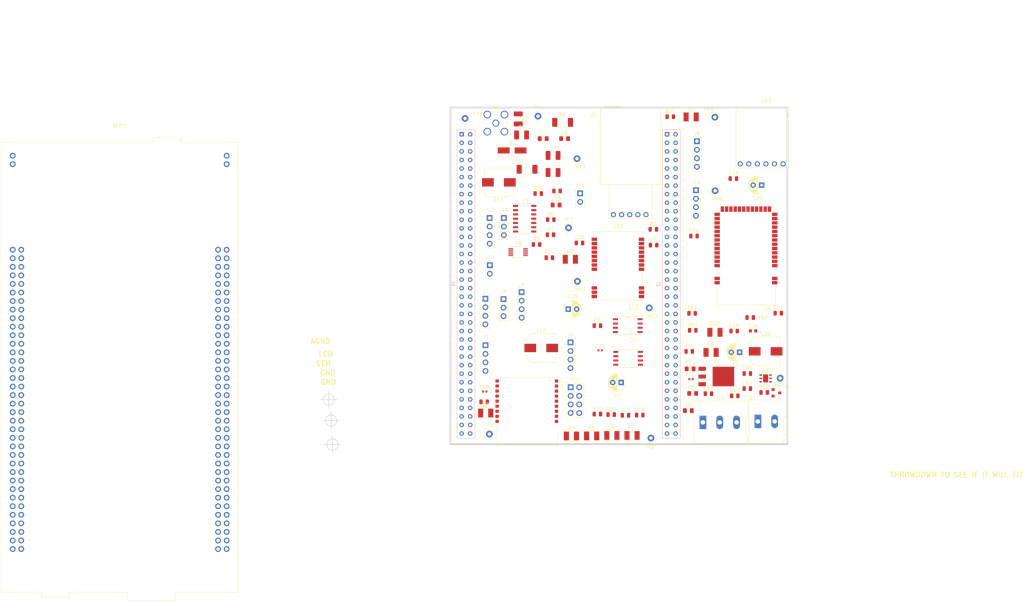
<source format=kicad_pcb>
(kicad_pcb (version 20171130) (host pcbnew "(5.0.1)-3")
  (layers (0 F.Cu signal) (31 B.Cu signal) (34 B.Paste user) (35 F.Paste user) (36 B.SilkS user) (37 F.SilkS user) (38 B.Mask user) (39 F.Mask user) (44 Edge.Cuts user))
  (net 0 "")
  (net 1 /VIN)
  (net 2 /PD2)
  (net 3 /+3V3)
  (net 4 /IOREF)
  (net 5 /PF15)
  (net 6 /PF4)
  (net 7 /PF14)
  (net 8 /PE9)
  (net 9 /AVDD)
  (net 10 /PB0)
  (net 11 /PB11)
  (net 12 /PD7)
  (net 13 /PC0)
  (net 14 /PF3)
  (net 15 /PD4)
  (net 16 /PF5)
  (net 17 /PF10)
  (net 18 /PA7)
  (net 19 /PF8)
  (net 20 /PD0)
  (net 21 /PB13)
  (net 22 /PA15)
  (net 23 /PC7)
  (net 24 /PA6)
  (net 25 /PB3)
  (net 26 GND)
  (net 27 "Net-(C5-Pad1)")
  (net 28 "Net-(C6-Pad1)")
  (net 29 /HALF3V3)
  (net 30 "Net-(D3-Pad2)")
  (net 31 "Net-(D4-Pad2)")
  (net 32 "Net-(D2-Pad2)")
  (net 33 "Net-(D6-Pad2)")
  (net 34 "Net-(D5-Pad2)")
  (net 35 "Net-(D8-Pad2)")
  (net 36 "Net-(TP6-Pad1)")
  (net 37 "Net-(D7-Pad2)")
  (net 38 "Net-(C4-Pad1)")
  (net 39 "Net-(C4-Pad2)")
  (net 40 /BOOT0)
  (net 41 /PF6)
  (net 42 /PA13)
  (net 43 /PA14)
  (net 44 /PB7)
  (net 45 /PC13)
  (net 46 /PC14)
  (net 47 /PC15)
  (net 48 /VBAT)
  (net 49 /PH2)
  (net 50 /PD9)
  (net 51 /NRST)
  (net 52 /PA1)
  (net 53 /PC1)
  (net 54 /PG13)
  (net 55 /PG11)
  (net 56 /PH0)
  (net 57 /PH1)
  (net 58 /PA9)
  (net 59 /PA8)
  (net 60 /PA10)
  (net 61 /PA2)
  (net 62 /PD10)
  (net 63 /PG7)
  (net 64 /PC5)
  (net 65 /U5V)
  (net 66 /PD8)
  (net 67 /PA12)
  (net 68 /PA11)
  (net 69 /PB14)
  (net 70 /PC4)
  (net 71 /PG6)
  (net 72 "Net-(D8-Pad1)")
  (net 73 "Net-(J10-Pad2)")
  (net 74 "Net-(J4-Pad2)")
  (net 75 "Net-(J4-Pad3)")
  (net 76 "Net-(J3-Pad3)")
  (net 77 "Net-(J3-Pad2)")
  (net 78 "Net-(D2-Pad1)")
  (net 79 "Net-(C7-Pad1)")
  (net 80 "Net-(D9-Pad2)")
  (net 81 "Net-(D10-Pad2)")
  (net 82 "Net-(D3-Pad1)")
  (net 83 "Net-(C8-Pad2)")
  (net 84 "Net-(C8-Pad1)")
  (net 85 "Net-(Q1-Pad2)")
  (net 86 "Net-(TP11-Pad1)")
  (net 87 "Net-(TP9-Pad1)")
  (net 88 "Net-(R12-Pad2)")
  (net 89 "Net-(R9-Pad1)")
  (net 90 "Net-(C12-Pad1)")
  (net 91 "Net-(R10-Pad1)")
  (net 92 "Net-(U10-Pad21)")
  (net 93 "Net-(U10-Pad13)")
  (net 94 "Net-(J12-Pad2)")
  (net 95 "Net-(J12-Pad3)")
  (net 96 "Net-(U2-Pad17)")
  (net 97 "Net-(U6-Pad38)")
  (net 98 "Net-(U6-Pad37)")
  (net 99 "Net-(U6-Pad36)")
  (net 100 "Net-(U6-Pad35)")
  (net 101 "Net-(U6-Pad31)")
  (net 102 "Net-(U6-Pad30)")
  (net 103 "Net-(U6-Pad29)")
  (net 104 "Net-(U6-Pad22)")
  (net 105 "Net-(U6-Pad21)")
  (net 106 "Net-(U6-Pad19)")
  (net 107 "Net-(U6-Pad17)")
  (net 108 "Net-(U6-Pad16)")
  (net 109 "Net-(U6-Pad15)")
  (net 110 "Net-(U6-Pad7)")
  (net 111 "Net-(U6-Pad6)")
  (net 112 "Net-(U6-Pad5)")
  (net 113 "Net-(J14-Pad1)")
  (net 114 "Net-(J17-Pad2)")
  (net 115 GNDA)
  (net 116 PA3)
  (net 117 VDD)
  (net 118 PD14)
  (net 119 PD13)
  (net 120 PD11)
  (net 121 PD12)
  (net 122 PD15)
  (net 123 A3V3)
  (net 124 PA5)
  (net 125 PE14)
  (net 126 +5V)
  (net 127 PA4)
  (net 128 PG2)
  (net 129 PC3)
  (net 130 PC2)
  (net 131 PD3)
  (net 132 PB6)
  (net 133 PB9)
  (net 134 PG5)
  (net 135 PG8)
  (net 136 PE0)
  (net 137 PF11)
  (net 138 PE11)
  (net 139 PE7)
  (net 140 PE8)
  (net 141 PB15)
  (net 142 PB1)
  (net 143 PB2)
  (net 144 PB12)
  (net 145 PC6)
  (net 146 PC8)
  (net 147 PG4)
  (net 148 PE13)
  (net 149 PF12)
  (net 150 PF13)
  (net 151 PE15)
  (net 152 PE12)
  (net 153 PE10)
  (net 154 PB5)
  (net 155 PB4)
  (net 156 PB8)
  (net 157 PC9)
  (net 158 PG10)
  (net 159 PG15)
  (net 160 PE6)
  (net 161 PG1)
  (net 162 PF9)
  (net 163 PF2)
  (net 164 PE5)
  (net 165 PE2)
  (net 166 PG3)
  (net 167 PA0)
  (net 168 NC)
  (net 169 PC11)
  (net 170 PG12)
  (net 171 PG9)
  (net 172 PE1)
  (net 173 PG0)
  (net 174 PD1)
  (net 175 PF0)
  (net 176 PF1)
  (net 177 PE3)
  (net 178 PD6)
  (net 179 PD5)
  (net 180 PF7)
  (net 181 PC12)
  (net 182 PC10)
  (net 183 /RAW5V)
  (net 184 /RAWGND)
  (module Resistor_SMD:R_0805_2012Metric (layer F.Cu) (at 122.8598 138.0744)
    (fp_text reference R16 (at 0 -1.65) (layer F.SilkS))
    (fp_text value 470R)
    (pad 2 smd roundrect (at 0.9375 0) (size 0.975 1.4) (layers F.Cu F.Paste F.Mask) (net 117 VDD))
    (pad 1 smd roundrect (at -0.9375 0) (size 0.975 1.4) (layers F.Cu F.Paste F.Mask) (net 80 "Net-(D9-Pad2)"))
  )
  (module Resistor_SMD:R_0805_2012Metric (layer F.Cu) (at 95.6056 156.6926)
    (fp_text reference R15 (at 0 -1.65) (layer F.SilkS))
    (fp_text value 470R)
    (pad 1 smd roundrect (at -0.9375 0) (size 0.975 1.4) (layers F.Cu F.Paste F.Mask) (net 31 "Net-(D4-Pad2)"))
    (pad 2 smd roundrect (at 0.9375 0) (size 0.975 1.4) (layers F.Cu F.Paste F.Mask) (net 118 PD14))
  )
  (module Resistor_SMD:R_0805_2012Metric (layer F.Cu) (at 123.9012 131.826)
    (fp_text reference R17 (at 0 -1.65) (layer F.SilkS))
    (fp_text value 470R)
    (pad 2 smd roundrect (at 0.9375 0) (size 0.975 1.4) (layers F.Cu F.Paste F.Mask) (net 122 PD15))
    (pad 1 smd roundrect (at -0.9375 0) (size 0.975 1.4) (layers F.Cu F.Paste F.Mask) (net 81 "Net-(D10-Pad2)"))
  )
  (module Resistor_SMD:R_0805_2012Metric (layer F.Cu) (at 108.1786 156.9974)
    (fp_text reference R18 (at 0 -1.65) (layer F.SilkS))
    (fp_text value 470R)
    (pad 1 smd roundrect (at -0.9375 0) (size 0.975 1.4) (layers F.Cu F.Paste F.Mask) (net 37 "Net-(D7-Pad2)"))
    (pad 2 smd roundrect (at 0.9375 0) (size 0.975 1.4) (layers F.Cu F.Paste F.Mask) (net 120 PD11))
  )
  (module Resistor_SMD:R_0805_2012Metric (layer F.Cu) (at 103.9368 157.0482)
    (fp_text reference R19 (at 0 -1.65) (layer F.SilkS))
    (fp_text value 470R)
    (pad 2 smd roundrect (at 0.9375 0) (size 0.975 1.4) (layers F.Cu F.Paste F.Mask) (net 121 PD12))
    (pad 1 smd roundrect (at -0.9375 0) (size 0.975 1.4) (layers F.Cu F.Paste F.Mask) (net 33 "Net-(D6-Pad2)"))
  )
  (module Resistor_SMD:R_0805_2012Metric (layer F.Cu) (at 99.695 156.845)
    (fp_text reference R20 (at 0 -1.65) (layer F.SilkS))
    (fp_text value 470R)
    (pad 1 smd roundrect (at -0.9375 0) (size 0.975 1.4) (layers F.Cu F.Paste F.Mask) (net 34 "Net-(D5-Pad2)"))
    (pad 2 smd roundrect (at 0.9375 0) (size 0.975 1.4) (layers F.Cu F.Paste F.Mask) (net 119 PD13))
  )
  (module splat2footprints:3115_PRESSURE_MODULE (layer F.Cu) (at 137.0076 65.8622)
    (fp_text reference U11 (at 8.7884 -2.3622) (layer F.SilkS))
    (fp_text value 3115_module)
    (pad "" np_thru_hole circle (at 13 2) (size 3.5 3.5) (drill 3.5) (layers *.Cu *.Mask))
    (pad 4 thru_hole circle (at 8.62 16.5 270) (size 1.52 1.52) (drill 0.91) (layers *.Cu *.Paste *.Mask) (net 132 PB6))
    (pad 5 thru_hole circle (at 11.16 16.5 270) (size 1.52 1.52) (drill 0.91) (layers *.Cu *.Mask) (net 117 VDD))
    (pad 6 thru_hole circle (at 13.7 16.5 270) (size 1.52 1.52) (drill 0.91) (layers *.Cu *.Mask) (net 26 GND))
    (pad "" np_thru_hole circle (at 2 2) (size 3.5 3.5) (drill 3.5) (layers *.Cu *.Mask))
    (pad 1 thru_hole circle (at 1 16.5 270) (size 1.52 1.52) (drill 0.91) (layers *.Cu *.Paste *.Mask) (net 133 PB9))
    (pad 2 thru_hole circle (at 3.54 16.5 270) (size 1.52 1.52) (drill 0.91) (layers *.Cu *.Mask) (net 146 PC8))
    (pad 3 thru_hole circle (at 6.08 16.5 270) (size 1.52 1.52) (drill 0.91) (layers *.Cu *.Mask) (net 133 PB9))
  )
  (module PinHeader_1x04_P2.54mm_Vertical (layer F.Cu) (at 73.1266 120.4468)
    (fp_text reference J6 (at 0 -2.33) (layer F.SilkS))
    (fp_text value Conn_01x04_Male)
    (pad 1 thru_hole rect (at 0 0) (size 1.7 1.7) (drill 1) (layers *.Cu *.Mask) (net 169 PC11))
    (pad 2 thru_hole oval (at 0 2.54) (size 1.7 1.7) (drill 1) (layers *.Cu *.Mask) (net 167 PA0))
    (pad 3 thru_hole oval (at 0 5.08) (size 1.7 1.7) (drill 1) (layers *.Cu *.Mask) (net 171 PG9))
    (pad 4 thru_hole oval (at 0 7.62) (size 1.7 1.7) (drill 1) (layers *.Cu *.Mask) (net 145 PC6))
  )
  (module Capacitor_SMD:C_0805_2012Metric (layer F.Cu) (at 128.5748 150.6474)
    (fp_text reference C17 (at 0 -1.65) (layer F.SilkS))
    (fp_text value 0.1uF)
    (pad 1 smd roundrect (at -0.9375 0) (size 0.975 1.4) (layers F.Cu F.Paste F.Mask) (net 26 GND))
    (pad 2 smd roundrect (at 0.9375 0) (size 0.975 1.4) (layers F.Cu F.Paste F.Mask) (net 117 VDD))
  )
  (module Resistor_SMD:R_0805_2012Metric (layer F.Cu) (at 95.6079 130.429)
    (fp_text reference R2 (at 0 -1.65) (layer F.SilkS))
    (fp_text value 3K3)
    (pad 2 smd roundrect (at 0.9375 0) (size 0.975 1.4) (layers F.Cu F.Paste F.Mask) (net 26 GND))
    (pad 1 smd roundrect (at -0.9375 0) (size 0.975 1.4) (layers F.Cu F.Paste F.Mask) (net 125 PE14))
  )
  (module Resistor_SMD:R_0805_2012Metric (layer F.Cu) (at 112.2172 101.8032)
    (fp_text reference R1 (at 0 -1.65) (layer F.SilkS))
    (fp_text value 4K7)
    (pad 1 smd roundrect (at -0.9375 0) (size 0.975 1.4) (layers F.Cu F.Paste F.Mask) (net 117 VDD))
    (pad 2 smd roundrect (at 0.9375 0) (size 0.975 1.4) (layers F.Cu F.Paste F.Mask) (net 124 PA5))
  )
  (module Capacitor_SMD:C_0805_2012Metric (layer F.Cu) (at 149.3012 126.7206)
    (fp_text reference C21 (at 0 -1.65) (layer F.SilkS))
    (fp_text value 0.1uF)
    (pad 2 smd roundrect (at 0.9375 0) (size 0.975 1.4) (layers F.Cu F.Paste F.Mask) (net 117 VDD))
    (pad 1 smd roundrect (at -0.9375 0) (size 0.975 1.4) (layers F.Cu F.Paste F.Mask) (net 26 GND))
  )
  (module Capacitor_SMD:C_0805_2012Metric (layer F.Cu) (at 112.2934 106.5022)
    (fp_text reference C1 (at 0 -1.65) (layer F.SilkS))
    (fp_text value 0.1uF)
    (pad 1 smd roundrect (at -0.9375 0) (size 0.975 1.4) (layers F.Cu F.Paste F.Mask) (net 117 VDD))
    (pad 2 smd roundrect (at 0.9375 0) (size 0.975 1.4) (layers F.Cu F.Paste F.Mask) (net 26 GND))
  )
  (module Capacitor_SMD:C_0805_2012Metric (layer F.Cu) (at 136.1948 132.0292)
    (fp_text reference C10 (at 0 -1.65) (layer F.SilkS))
    (fp_text value 0.1uF)
    (pad 2 smd roundrect (at 0.9375 0) (size 0.975 1.4) (layers F.Cu F.Paste F.Mask) (net 26 GND))
    (pad 1 smd roundrect (at -0.9375 0) (size 0.975 1.4) (layers F.Cu F.Paste F.Mask) (net 126 +5V))
  )
  (module Capacitor_SMD:C_0805_2012Metric (layer F.Cu) (at 135.9662 86.741)
    (fp_text reference C19 (at 0 -1.65) (layer F.SilkS))
    (fp_text value 0.1uF)
    (pad 1 smd roundrect (at -0.9375 0) (size 0.975 1.4) (layers F.Cu F.Paste F.Mask) (net 26 GND))
    (pad 2 smd roundrect (at 0.9375 0) (size 0.975 1.4) (layers F.Cu F.Paste F.Mask) (net 117 VDD))
  )
  (module Capacitor_SMD:C_0805_2012Metric (layer F.Cu) (at 90.297 105.8672)
    (fp_text reference C16 (at 0 -1.65) (layer F.SilkS))
    (fp_text value 0.1uF)
    (pad 2 smd roundrect (at 0.9375 0) (size 0.975 1.4) (layers F.Cu F.Paste F.Mask) (net 117 VDD))
    (pad 1 smd roundrect (at -0.9375 0) (size 0.975 1.4) (layers F.Cu F.Paste F.Mask) (net 26 GND))
  )
  (module Capacitor_SMD:C_0805_2012Metric (layer F.Cu) (at 124.2822 103.8098)
    (fp_text reference C14 (at 0 -1.65) (layer F.SilkS))
    (fp_text value 0.1uF)
    (pad 1 smd roundrect (at -0.9375 0) (size 0.975 1.4) (layers F.Cu F.Paste F.Mask) (net 26 GND))
    (pad 2 smd roundrect (at 0.9375 0) (size 0.975 1.4) (layers F.Cu F.Paste F.Mask) (net 117 VDD))
  )
  (module Resistor_SMD:R_0805_2012Metric (layer F.Cu) (at 78.0542 91.186)
    (fp_text reference R10 (at 0 -1.65) (layer F.SilkS))
    (fp_text value 10K)
    (pad 1 smd roundrect (at -0.9375 0) (size 0.975 1.4) (layers F.Cu F.Paste F.Mask) (net 91 "Net-(R10-Pad1)"))
    (pad 2 smd roundrect (at 0.9375 0) (size 0.975 1.4) (layers F.Cu F.Paste F.Mask) (net 115 GNDA))
  )
  (module Resistor_SMD:R_0805_2012Metric (layer F.Cu) (at 117.2487 68.3514)
    (fp_text reference R11 (at 0 -1.65) (layer F.SilkS))
    (fp_text value 470R)
    (pad 2 smd roundrect (at 0.9375 0) (size 0.975 1.4) (layers F.Cu F.Paste F.Mask) (net 30 "Net-(D3-Pad2)"))
    (pad 1 smd roundrect (at -0.9375 0) (size 0.975 1.4) (layers F.Cu F.Paste F.Mask) (net 117 VDD))
  )
  (module Resistor_SMD:R_0805_2012Metric (layer F.Cu) (at 145.1102 150.2664)
    (fp_text reference R12 (at 0 -1.65) (layer F.SilkS))
    (fp_text value 1K)
    (pad 1 smd roundrect (at -0.9375 0) (size 0.975 1.4) (layers F.Cu F.Paste F.Mask) (net 85 "Net-(Q1-Pad2)"))
    (pad 2 smd roundrect (at 0.9375 0) (size 0.975 1.4) (layers F.Cu F.Paste F.Mask) (net 88 "Net-(R12-Pad2)"))
  )
  (module Resistor_SMD:R_0805_2012Metric (layer F.Cu) (at 136.3726 151.2824)
    (fp_text reference R13 (at 0 -1.65) (layer F.SilkS))
    (fp_text value 100K)
    (pad 2 smd roundrect (at 0.9375 0) (size 0.975 1.4) (layers F.Cu F.Paste F.Mask) (net 85 "Net-(Q1-Pad2)"))
    (pad 1 smd roundrect (at -0.9375 0) (size 0.975 1.4) (layers F.Cu F.Paste F.Mask) (net 117 VDD))
  )
  (module Resistor_SMD:R_0805_2012Metric (layer F.Cu) (at 81.3562 110.236)
    (fp_text reference R14 (at 0 -1.65) (layer F.SilkS))
    (fp_text value 470R)
    (pad 1 smd roundrect (at -0.9375 0) (size 0.975 1.4) (layers F.Cu F.Paste F.Mask) (net 117 VDD))
    (pad 2 smd roundrect (at 0.9375 0) (size 0.975 1.4) (layers F.Cu F.Paste F.Mask) (net 35 "Net-(D8-Pad2)"))
  )
  (module Resistor_SMD:R_0805_2012Metric (layer F.Cu) (at 61.9991 153.0604 180)
    (fp_text reference R4 (at 0 -1.65 180) (layer F.SilkS))
    (fp_text value 470R)
    (pad 2 smd roundrect (at 0.9375 0 180) (size 0.975 1.4) (layers F.Cu F.Paste F.Mask) (net 32 "Net-(D2-Pad2)"))
    (pad 1 smd roundrect (at -0.9375 0 180) (size 0.975 1.4) (layers F.Cu F.Paste F.Mask) (net 117 VDD))
  )
  (module Resistor_SMD:R_0805_2012Metric (layer F.Cu) (at 77.5462 106.3244)
    (fp_text reference R9 (at 0 -1.65) (layer F.SilkS))
    (fp_text value 22K)
    (pad 1 smd roundrect (at -0.9375 0) (size 0.975 1.4) (layers F.Cu F.Paste F.Mask) (net 89 "Net-(R9-Pad1)"))
    (pad 2 smd roundrect (at 0.9375 0) (size 0.975 1.4) (layers F.Cu F.Paste F.Mask) (net 91 "Net-(R10-Pad1)"))
  )
  (module Resistor_SMD:R_0805_2012Metric (layer F.Cu) (at 81.7626 98.933)
    (fp_text reference R8 (at 0 -1.65) (layer F.SilkS))
    (fp_text value 4K7)
    (pad 2 smd roundrect (at 0.9375 0) (size 0.975 1.4) (layers F.Cu F.Paste F.Mask) (net 115 GNDA))
    (pad 1 smd roundrect (at -0.9375 0) (size 0.975 1.4) (layers F.Cu F.Paste F.Mask) (net 90 "Net-(C12-Pad1)"))
  )
  (module Resistor_SMD:R_0805_2012Metric (layer F.Cu) (at 81.6864 103.4288)
    (fp_text reference R7 (at 0 -1.65) (layer F.SilkS))
    (fp_text value 4K7)
    (pad 1 smd roundrect (at -0.9375 0) (size 0.975 1.4) (layers F.Cu F.Paste F.Mask) (net 123 A3V3))
    (pad 2 smd roundrect (at 0.9375 0) (size 0.975 1.4) (layers F.Cu F.Paste F.Mask) (net 90 "Net-(C12-Pad1)"))
  )
  (module Capacitor_SMD:C_0603_1608Metric (layer F.Cu) (at 141.8081 131.9784)
    (fp_text reference C26 (at 0 -1.43) (layer F.SilkS))
    (fp_text value 0.1uF)
    (pad 1 smd roundrect (at -0.7875 0) (size 0.875 0.95) (layers F.Cu F.Paste F.Mask) (net 123 A3V3))
    (pad 2 smd roundrect (at 0.7875 0) (size 0.875 0.95) (layers F.Cu F.Paste F.Mask) (net 115 GNDA))
  )
  (module Capacitor_SMD:C_0805_2012Metric_Pad1.15x1.40mm_HandSolder (layer F.Cu) (at 123.8922 150.5712)
    (fp_text reference C24 (at 0 -1.65) (layer F.SilkS))
    (fp_text value 0.1uF)
    (pad 1 smd roundrect (at -1.025 0) (size 1.15 1.4) (layers F.Cu F.Paste F.Mask) (roundrect_rratio 0.217391) (net 117 VDD))
    (pad 2 smd roundrect (at 1.025 0) (size 1.15 1.4) (layers F.Cu F.Paste F.Mask) (roundrect_rratio 0.217391) (net 184 /RAWGND))
  )
  (module Connector_PinHeader_2.54mm:PinHeader_1x03_P2.54mm_Vertical (layer F.Cu) (at 67.7418 122.5296)
    (fp_text reference J9 (at 0 -2.33) (layer F.SilkS))
    (fp_text value Conn_01x03_Male)
    (pad 1 thru_hole rect (at 0 0) (size 1.7 1.7) (drill 1) (layers *.Cu *.Mask) (net 176 PF1))
    (pad 2 thru_hole oval (at 0 2.54) (size 1.7 1.7) (drill 1) (layers *.Cu *.Mask) (net 175 PF0))
    (pad 3 thru_hole oval (at 0 5.08) (size 1.7 1.7) (drill 1) (layers *.Cu *.Mask) (net 26 GND))
  )
  (module Connector_PinHeader_2.54mm:PinHeader_1x04_P2.54mm_Vertical (layer F.Cu) (at 63.627 98.4504)
    (fp_text reference J13 (at 0 -2.33) (layer F.SilkS))
    (fp_text value Conn_01x04_Male)
    (pad 1 thru_hole rect (at 0 0) (size 1.7 1.7) (drill 1) (layers *.Cu *.Mask) (net 117 VDD))
    (pad 2 thru_hole oval (at 0 2.54) (size 1.7 1.7) (drill 1) (layers *.Cu *.Mask) (net 41 /PF6))
    (pad 3 thru_hole oval (at 0 5.08) (size 1.7 1.7) (drill 1) (layers *.Cu *.Mask) (net 180 PF7))
    (pad 4 thru_hole oval (at 0 7.62) (size 1.7 1.7) (drill 1) (layers *.Cu *.Mask) (net 26 GND))
  )
  (module Connector_PinHeader_2.54mm:PinHeader_2x04_P2.54mm_Vertical (layer F.Cu) (at 87.6808 148.7424)
    (fp_text reference J15 (at 1.27 -2.33) (layer F.SilkS))
    (fp_text value Conn_01x02)
    (pad 1 thru_hole rect (at 0 0) (size 1.7 1.7) (drill 1) (layers *.Cu *.Mask) (net 162 PF9))
    (pad 2 thru_hole oval (at 2.54 0) (size 1.7 1.7) (drill 1) (layers *.Cu *.Mask) (net 150 PF13))
    (pad 3 thru_hole oval (at 0 2.54) (size 1.7 1.7) (drill 1) (layers *.Cu *.Mask) (net 174 PD1))
    (pad 4 thru_hole oval (at 2.54 2.54) (size 1.7 1.7) (drill 1) (layers *.Cu *.Mask) (net 152 PE12))
    (pad 5 thru_hole oval (at 0 5.08) (size 1.7 1.7) (drill 1) (layers *.Cu *.Mask) (net 157 PC9))
    (pad 6 thru_hole oval (at 2.54 5.08) (size 1.7 1.7) (drill 1) (layers *.Cu *.Mask) (net 137 PF11))
    (pad 7 thru_hole oval (at 0 7.62) (size 1.7 1.7) (drill 1) (layers *.Cu *.Mask) (net 149 PF12))
    (pad 8 thru_hole oval (at 2.54 7.62) (size 1.7 1.7) (drill 1) (layers *.Cu *.Mask) (net 26 GND))
  )
  (module Inductor_SMD:L_0805_2012Metric (layer F.Cu) (at 140.1064 149.1234)
    (fp_text reference FB4 (at 0 -1.65) (layer F.SilkS))
    (fp_text value Ferrite_Bead)
    (pad 1 smd roundrect (at -0.9375 0) (size 0.975 1.4) (layers F.Cu F.Paste F.Mask) (net 184 /RAWGND))
    (pad 2 smd roundrect (at 0.9375 0) (size 0.975 1.4) (layers F.Cu F.Paste F.Mask) (net 26 GND))
  )
  (module TerminalBlock:TerminalBlock_Altech_AK300-2_P5.00mm (layer F.Cu) (at 143.2306 158.877)
    (fp_text reference J17 (at -1.92 -6.99) (layer F.SilkS))
    (fp_text value Screw_Terminal_01x02)
    (pad 1 thru_hole rect (at 0 0) (size 1.98 3.96) (drill 1.32) (layers *.Cu *.Mask) (net 26 GND))
    (pad 2 thru_hole oval (at 5 0) (size 1.98 3.96) (drill 1.32) (layers *.Cu *.Mask) (net 114 "Net-(J17-Pad2)"))
  )
  (module TerminalBlock:TerminalBlock_Altech_AK300-3_P5.00mm (layer F.Cu) (at 126.9238 159.1564)
    (fp_text reference J16 (at 5 -7.1) (layer F.SilkS))
    (fp_text value Screw_Terminal_01x03)
    (pad 1 thru_hole rect (at 0 0) (size 1.98 3.96) (drill 1.32) (layers *.Cu *.Mask) (net 184 /RAWGND))
    (pad 2 thru_hole oval (at 5 0) (size 1.98 3.96) (drill 1.32) (layers *.Cu *.Mask) (net 117 VDD))
    (pad 3 thru_hole oval (at 10 0) (size 1.98 3.96) (drill 1.32) (layers *.Cu *.Mask) (net 183 /RAW5V))
  )
  (module Connector_PinHeader_2.54mm:PinHeader_1x02_P2.54mm_Vertical (layer F.Cu) (at 63.6778 112.4712)
    (fp_text reference J14 (at 0 -2.33) (layer F.SilkS))
    (fp_text value Conn_01x02)
    (pad 1 thru_hole rect (at 0 0) (size 1.7 1.7) (drill 1) (layers *.Cu *.Mask) (net 113 "Net-(J14-Pad1)"))
    (pad 2 thru_hole oval (at 0 2.54) (size 1.7 1.7) (drill 1) (layers *.Cu *.Mask) (net 26 GND))
  )
  (module Package_TO_SOT_SMD:TO-252-3_TabPin2 (layer F.Cu) (at 130.9116 145.542)
    (fp_text reference U7 (at 0 -4.5) (layer F.SilkS))
    (fp_text value AZ1084C)
    (pad 1 smd rect (at -4.2 -2.28) (size 2.2 1.2) (layers F.Cu F.Paste F.Mask) (net 26 GND))
    (pad 2 smd rect (at -4.2 0) (size 2.2 1.2) (layers F.Cu F.Paste F.Mask) (net 117 VDD))
    (pad 3 smd rect (at -4.2 2.28) (size 2.2 1.2) (layers F.Cu F.Paste F.Mask) (net 126 +5V))
    (pad 2 smd rect (at 2.1 0) (size 6.4 5.8) (layers F.Cu F.Mask) (net 117 VDD))
  )
  (module SOIC127P790X216-8N (layer F.Cu) (at 104.6226 130.429)
    (fp_text reference U3 (at 1.75573 -5.4962) (layer F.SilkS) (effects (font (size 1.642929 1.642929))))
    (fp_text value SST25VF032B)
    (pad 1 smd rect (at -3.6576 -1.905) (size 1.4986 0.5588) (layers F.Cu F.Paste F.Mask) (net 138 PE11))
    (pad 2 smd rect (at -3.6576 -0.635) (size 1.4986 0.5588) (layers F.Cu F.Paste F.Mask) (net 155 PB4))
    (pad 3 smd rect (at -3.6576 0.635) (size 1.4986 0.5588) (layers F.Cu F.Paste F.Mask) (net 125 PE14))
    (pad 4 smd rect (at -3.6576 1.905) (size 1.4986 0.5588) (layers F.Cu F.Paste F.Mask) (net 26 GND))
    (pad 5 smd rect (at 3.6576 1.905) (size 1.4986 0.5588) (layers F.Cu F.Paste F.Mask) (net 143 PB2))
    (pad 6 smd rect (at 3.6576 0.635) (size 1.4986 0.5588) (layers F.Cu F.Paste F.Mask) (net 182 PC10))
    (pad 7 smd rect (at 3.6576 -0.635) (size 1.4986 0.5588) (layers F.Cu F.Paste F.Mask) (net 153 PE10))
    (pad 8 smd rect (at 3.6576 -1.905) (size 1.4986 0.5588) (layers F.Cu F.Paste F.Mask) (net 117 VDD))
  )
  (module XCVR_E180-ZG120A (layer F.Cu) (at 139.7 109.9566 180)
    (fp_text reference U6 (at -6.425 -15.635 180) (layer F.SilkS))
    (fp_text value E180-ZG120A)
    (pad 42 smd rect (at 8.55 -7.71 180) (size 1.6 1) (layers F.Cu F.Paste F.Mask) (net 26 GND))
    (pad 41 smd rect (at 8.55 -6.44 180) (size 1.6 1) (layers F.Cu F.Paste F.Mask) (net 26 GND))
    (pad 40 smd rect (at 8.55 -2.64 180) (size 1.6 1) (layers F.Cu F.Paste F.Mask) (net 140 PE8))
    (pad 39 smd rect (at 8.55 -1.37 180) (size 1.6 1) (layers F.Cu F.Paste F.Mask) (net 134 PG5))
    (pad 38 smd rect (at 8.55 -0.1 180) (size 1.6 1) (layers F.Cu F.Paste F.Mask) (net 97 "Net-(U6-Pad38)"))
    (pad 37 smd rect (at 8.55 1.17 180) (size 1.6 1) (layers F.Cu F.Paste F.Mask) (net 98 "Net-(U6-Pad37)"))
    (pad 36 smd rect (at 8.55 2.44 180) (size 1.6 1) (layers F.Cu F.Paste F.Mask) (net 99 "Net-(U6-Pad36)"))
    (pad 35 smd rect (at 8.55 3.71 180) (size 1.6 1) (layers F.Cu F.Paste F.Mask) (net 100 "Net-(U6-Pad35)"))
    (pad 34 smd rect (at 8.55 4.98 180) (size 1.6 1) (layers F.Cu F.Paste F.Mask) (net 170 PG12))
    (pad 33 smd rect (at 8.55 6.25 180) (size 1.6 1) (layers F.Cu F.Paste F.Mask) (net 94 "Net-(J12-Pad2)"))
    (pad 32 smd rect (at 8.55 7.52 180) (size 1.6 1) (layers F.Cu F.Paste F.Mask) (net 95 "Net-(J12-Pad3)"))
    (pad 31 smd rect (at 8.55 8.79 180) (size 1.6 1) (layers F.Cu F.Paste F.Mask) (net 101 "Net-(U6-Pad31)"))
    (pad 30 smd rect (at 8.55 10.06 180) (size 1.6 1) (layers F.Cu F.Paste F.Mask) (net 102 "Net-(U6-Pad30)"))
    (pad 29 smd rect (at 8.55 11.33 180) (size 1.6 1) (layers F.Cu F.Paste F.Mask) (net 103 "Net-(U6-Pad29)"))
    (pad 28 smd rect (at 8.55 12.6 180) (size 1.6 1) (layers F.Cu F.Paste F.Mask) (net 87 "Net-(TP9-Pad1)"))
    (pad 27 smd rect (at 6.99 14.15 180) (size 1 1.6) (layers F.Cu F.Paste F.Mask) (net 158 PG10))
    (pad 26 smd rect (at 5.72 14.15 180) (size 1 1.6) (layers F.Cu F.Paste F.Mask) (net 82 "Net-(D3-Pad1)"))
    (pad 25 smd rect (at 4.45 14.15 180) (size 1 1.6) (layers F.Cu F.Paste F.Mask) (net 26 GND))
    (pad 24 smd rect (at 3.18 14.15 180) (size 1 1.6) (layers F.Cu F.Paste F.Mask) (net 26 GND))
    (pad 23 smd rect (at 1.91 14.15 180) (size 1 1.6) (layers F.Cu F.Paste F.Mask) (net 26 GND))
    (pad 22 smd rect (at 0.64 14.15 180) (size 1 1.6) (layers F.Cu F.Paste F.Mask) (net 104 "Net-(U6-Pad22)"))
    (pad 21 smd rect (at -0.63 14.15 180) (size 1 1.6) (layers F.Cu F.Paste F.Mask) (net 105 "Net-(U6-Pad21)"))
    (pad 20 smd rect (at -1.9 14.15 180) (size 1 1.6) (layers F.Cu F.Paste F.Mask) (net 26 GND))
    (pad 19 smd rect (at -3.17 14.15 180) (size 1 1.6) (layers F.Cu F.Paste F.Mask) (net 106 "Net-(U6-Pad19)"))
    (pad 18 smd rect (at -4.44 14.15 180) (size 1 1.6) (layers F.Cu F.Paste F.Mask) (net 161 PG1))
    (pad 17 smd rect (at -5.71 14.15 180) (size 1 1.6) (layers F.Cu F.Paste F.Mask) (net 107 "Net-(U6-Pad17)"))
    (pad 16 smd rect (at -6.98 14.15 180) (size 1 1.6) (layers F.Cu F.Paste F.Mask) (net 108 "Net-(U6-Pad16)"))
    (pad 15 smd rect (at -8.55 12.6 180) (size 1.6 1) (layers F.Cu F.Paste F.Mask) (net 109 "Net-(U6-Pad15)"))
    (pad 14 smd rect (at -8.55 11.33 180) (size 1.6 1) (layers F.Cu F.Paste F.Mask) (net 141 PB15))
    (pad 13 smd rect (at -8.55 10.06 180) (size 1.6 1) (layers F.Cu F.Paste F.Mask) (net 169 PC11))
    (pad 12 smd rect (at -8.55 8.79 180) (size 1.6 1) (layers F.Cu F.Paste F.Mask) (net 167 PA0))
    (pad 11 smd rect (at -8.55 7.52 180) (size 1.6 1) (layers F.Cu F.Paste F.Mask) (net 169 PC11))
    (pad 10 smd rect (at -8.55 6.25 180) (size 1.6 1) (layers F.Cu F.Paste F.Mask) (net 147 PG4))
    (pad 9 smd rect (at -8.55 4.98 180) (size 1.6 1) (layers F.Cu F.Paste F.Mask) (net 173 PG0))
    (pad 8 smd rect (at -8.55 3.71 180) (size 1.6 1) (layers F.Cu F.Paste F.Mask) (net 166 PG3))
    (pad 7 smd rect (at -8.55 2.44 180) (size 1.6 1) (layers F.Cu F.Paste F.Mask) (net 110 "Net-(U6-Pad7)"))
    (pad 6 smd rect (at -8.55 1.17 180) (size 1.6 1) (layers F.Cu F.Paste F.Mask) (net 111 "Net-(U6-Pad6)"))
    (pad 5 smd rect (at -8.55 -0.1 180) (size 1.6 1) (layers F.Cu F.Paste F.Mask) (net 112 "Net-(U6-Pad5)"))
    (pad 4 smd rect (at -8.55 -1.37 180) (size 1.6 1) (layers F.Cu F.Paste F.Mask) (net 26 GND))
    (pad 3 smd rect (at -8.55 -2.64 180) (size 1.6 1) (layers F.Cu F.Paste F.Mask) (net 117 VDD))
    (pad 2 smd rect (at -8.55 -6.44 180) (size 1.6 1) (layers F.Cu F.Paste F.Mask) (net 26 GND))
    (pad 1 smd rect (at -8.55 -7.71 180) (size 1.6 1) (layers F.Cu F.Paste F.Mask) (net 26 GND))
  )
  (module Capacitor_SMD:CP_Elec_8x10 (layer F.Cu) (at 145.542 138.049)
    (fp_text reference C25 (at 0 -5.2) (layer F.SilkS))
    (fp_text value 100uF)
    (pad 1 smd rect (at -3.25 0) (size 3.5 2.5) (layers F.Cu F.Paste F.Mask) (net 123 A3V3))
    (pad 2 smd rect (at 3.25 0) (size 3.5 2.5) (layers F.Cu F.Paste F.Mask) (net 115 GNDA))
  )
  (module Capacitor_SMD:CP_Elec_8x10 (layer F.Cu) (at 66.3702 87.8586 180)
    (fp_text reference C11 (at 0 -5.2 180) (layer F.SilkS))
    (fp_text value 100uF)
    (pad 2 smd rect (at 3.25 0 180) (size 3.5 2.5) (layers F.Cu F.Paste F.Mask) (net 26 GND))
    (pad 1 smd rect (at -3.25 0 180) (size 3.5 2.5) (layers F.Cu F.Paste F.Mask) (net 126 +5V))
  )
  (module Capacitor_SMD:CP_Elec_8x10 (layer F.Cu) (at 78.9432 137.0584)
    (fp_text reference C15 (at 0 -5.2) (layer F.SilkS))
    (fp_text value 100uF)
    (pad 1 smd rect (at -3.25 0) (size 3.5 2.5) (layers F.Cu F.Paste F.Mask) (net 117 VDD))
    (pad 2 smd rect (at 3.25 0) (size 3.5 2.5) (layers F.Cu F.Paste F.Mask) (net 26 GND))
  )
  (module Capacitor_SMD:C_0402_1005Metric (layer F.Cu) (at 96.4184 137.7442)
    (fp_text reference C22 (at 0 -1.17) (layer F.SilkS))
    (fp_text value 1uF)
    (pad 2 smd roundrect (at 0.485 0) (size 0.59 0.64) (layers F.Cu F.Paste F.Mask) (net 115 GNDA))
    (pad 1 smd roundrect (at -0.485 0) (size 0.59 0.64) (layers F.Cu F.Paste F.Mask) (net 123 A3V3))
  )
  (module Capacitor_SMD:C_0402_1005Metric (layer F.Cu) (at 62.1792 149.987)
    (fp_text reference C18 (at -0.0254 -1.2954) (layer F.SilkS))
    (fp_text value 1uF)
    (pad 1 smd roundrect (at -0.485 0) (size 0.59 0.64) (layers F.Cu F.Paste F.Mask) (net 117 VDD))
    (pad 2 smd roundrect (at 0.485 0) (size 0.59 0.64) (layers F.Cu F.Paste F.Mask) (net 26 GND))
  )
  (module Capacitor_SMD:C_0805_2012Metric_Pad1.15x1.40mm_HandSolder (layer F.Cu) (at 83.3628 94.5896)
    (fp_text reference C12 (at 0 -1.65) (layer F.SilkS))
    (fp_text value 0.022uF)
    (pad 1 smd roundrect (at -1.025 0) (size 1.15 1.4) (layers F.Cu F.Paste F.Mask) (roundrect_rratio 0.217391) (net 90 "Net-(C12-Pad1)"))
    (pad 2 smd roundrect (at 1.025 0) (size 1.15 1.4) (layers F.Cu F.Paste F.Mask) (roundrect_rratio 0.217391) (net 115 GNDA))
  )
  (module Capacitor_SMD:C_0805_2012Metric_Pad1.15x1.40mm_HandSolder (layer F.Cu) (at 123.1302 143.256)
    (fp_text reference C13 (at 0 -1.65) (layer F.SilkS))
    (fp_text value 470pF)
    (pad 2 smd roundrect (at 1.025 0) (size 1.15 1.4) (layers F.Cu F.Paste F.Mask) (roundrect_rratio 0.217391) (net 26 GND))
    (pad 1 smd roundrect (at -1.025 0) (size 1.15 1.4) (layers F.Cu F.Paste F.Mask) (roundrect_rratio 0.217391) (net 117 VDD))
  )
  (module Capacitor_SMD:C_0805_2012Metric_Pad1.15x1.40mm_HandSolder (layer F.Cu) (at 122.6058 155.6766)
    (fp_text reference C9 (at 0 -1.65) (layer F.SilkS))
    (fp_text value 0.1uF)
    (pad 1 smd roundrect (at -1.025 0) (size 1.15 1.4) (layers F.Cu F.Paste F.Mask) (roundrect_rratio 0.217391) (net 183 /RAW5V))
    (pad 2 smd roundrect (at 1.025 0) (size 1.15 1.4) (layers F.Cu F.Paste F.Mask) (roundrect_rratio 0.217391) (net 184 /RAWGND))
  )
  (module Capacitor_THT:CP_Radial_D5.0mm_P2.50mm (layer F.Cu) (at 144.3482 88.6968 180)
    (fp_text reference C20 (at 1.25 -3.75 180) (layer F.SilkS))
    (fp_text value 10uF)
    (pad 2 thru_hole circle (at 2.5 0 180) (size 1.6 1.6) (drill 0.8) (layers *.Cu *.Mask) (net 26 GND))
    (pad 1 thru_hole rect (at 0 0 180) (size 1.6 1.6) (drill 0.8) (layers *.Cu *.Mask) (net 117 VDD))
  )
  (module Capacitor_THT:CP_Radial_D5.0mm_P2.50mm (layer F.Cu) (at 86.9442 125.5268)
    (fp_text reference C23 (at 1.25 -3.75) (layer F.SilkS))
    (fp_text value 10uF)
    (pad 1 thru_hole rect (at 0 0) (size 1.6 1.6) (drill 0.8) (layers *.Cu *.Mask) (net 123 A3V3))
    (pad 2 thru_hole circle (at 2.5 0) (size 1.6 1.6) (drill 0.8) (layers *.Cu *.Mask) (net 115 GNDA))
  )
  (module Connector_PinHeader_2.54mm:PinHeader_1x02_P2.54mm_Vertical (layer F.Cu) (at 90.5002 91.1352)
    (fp_text reference J11 (at 0 -2.33) (layer F.SilkS))
    (fp_text value Conn_01x02_Male)
    (pad 1 thru_hole rect (at 0 0) (size 1.7 1.7) (drill 1) (layers *.Cu *.Mask) (net 26 GND))
    (pad 2 thru_hole oval (at 0 2.54) (size 1.7 1.7) (drill 1) (layers *.Cu *.Mask) (net 83 "Net-(C8-Pad2)"))
  )
  (module Connector_PinHeader_2.54mm:PinHeader_1x03_P2.54mm_Vertical (layer F.Cu) (at 67.8434 98.4504)
    (fp_text reference J10 (at 0 -2.33) (layer F.SilkS))
    (fp_text value Conn_01x03_Male)
    (pad 3 thru_hole oval (at 0 5.08) (size 1.7 1.7) (drill 1) (layers *.Cu *.Mask) (net 156 PB8))
    (pad 2 thru_hole oval (at 0 2.54) (size 1.7 1.7) (drill 1) (layers *.Cu *.Mask) (net 73 "Net-(J10-Pad2)"))
    (pad 1 thru_hole rect (at 0 0) (size 1.7 1.7) (drill 1) (layers *.Cu *.Mask) (net 127 PA4))
  )
  (module Inductor_SMD:L_0805_2012Metric (layer F.Cu) (at 140.1087 144.653)
    (fp_text reference FB3 (at 0 -1.65) (layer F.SilkS))
    (fp_text value Ferrite_Bead)
    (pad 1 smd roundrect (at -0.9375 0) (size 0.975 1.4) (layers F.Cu F.Paste F.Mask) (net 115 GNDA))
    (pad 2 smd roundrect (at 0.9375 0) (size 0.975 1.4) (layers F.Cu F.Paste F.Mask) (net 26 GND))
  )
  (module Package_DFN_QFN:DFN-6-1EP_3x3mm_P1mm_EP1.5x2.4mm (layer F.Cu) (at 145.542 146.1008)
    (fp_text reference U9 (at 0 -2.45) (layer F.SilkS))
    (fp_text value DS2485)
    (pad 7 smd roundrect (at 0 0) (size 1.5 2.4) (layers F.Cu F.Mask) (roundrect_rratio 0.166667))
    (pad 1 smd roundrect (at -1.45 -1) (size 0.8 0.4) (layers F.Cu F.Paste F.Mask) (net 88 "Net-(R12-Pad2)"))
    (pad 2 smd roundrect (at -1.45 0) (size 0.8 0.4) (layers F.Cu F.Paste F.Mask) (net 114 "Net-(J17-Pad2)"))
    (pad 3 smd roundrect (at -1.45 1) (size 0.8 0.4) (layers F.Cu F.Paste F.Mask) (net 26 GND))
    (pad 4 smd roundrect (at 1.45 1) (size 0.8 0.4) (layers F.Cu F.Paste F.Mask) (net 132 PB6))
    (pad 5 smd roundrect (at 1.45 0) (size 0.8 0.4) (layers F.Cu F.Paste F.Mask) (net 133 PB9))
    (pad 6 smd roundrect (at 1.45 -1) (size 0.8 0.4) (layers F.Cu F.Paste F.Mask) (net 117 VDD))
  )
  (module Package_SO:MSOP-10_3x3mm_P0.5mm (layer F.Cu) (at 72.0852 108.585)
    (fp_text reference U8 (at 0 -2.6) (layer F.SilkS))
    (fp_text value MCP6S93-X_UN)
    (pad 1 smd rect (at -2.2 -1) (size 1.4 0.3) (layers F.Cu F.Paste F.Mask) (net 116 PA3))
    (pad 2 smd rect (at -2.2 -0.5) (size 1.4 0.3) (layers F.Cu F.Paste F.Mask) (net 79 "Net-(C7-Pad1)"))
    (pad 3 smd rect (at -2.2 0) (size 1.4 0.3) (layers F.Cu F.Paste F.Mask) (net 89 "Net-(R9-Pad1)"))
    (pad 4 smd rect (at -2.2 0.5) (size 1.4 0.3) (layers F.Cu F.Paste F.Mask) (net 29 /HALF3V3))
    (pad 5 smd rect (at -2.2 1) (size 1.4 0.3) (layers F.Cu F.Paste F.Mask) (net 115 GNDA))
    (pad 6 smd rect (at 2.2 1) (size 1.4 0.3) (layers F.Cu F.Paste F.Mask) (net 128 PG2))
    (pad 7 smd rect (at 2.2 0.5) (size 1.4 0.3) (layers F.Cu F.Paste F.Mask) (net 129 PC3))
    (pad 8 smd rect (at 2.2 0) (size 1.4 0.3) (layers F.Cu F.Paste F.Mask) (net 130 PC2))
    (pad 9 smd rect (at 2.2 -0.5) (size 1.4 0.3) (layers F.Cu F.Paste F.Mask) (net 131 PD3))
    (pad 10 smd rect (at 2.2 -1) (size 1.4 0.3) (layers F.Cu F.Paste F.Mask) (net 123 A3V3))
  )
  (module Package_SO:SOIC-14_3.9x8.7mm_P1.27mm (layer F.Cu) (at 74.0156 98.6536)
    (fp_text reference U5 (at 0 -5.375) (layer F.SilkS))
    (fp_text value Opamp_Quad_MCP6024)
    (pad 1 smd rect (at -2.7 -3.81) (size 1.5 0.6) (layers F.Cu F.Paste F.Mask) (net 84 "Net-(C8-Pad1)"))
    (pad 2 smd rect (at -2.7 -2.54) (size 1.5 0.6) (layers F.Cu F.Paste F.Mask) (net 84 "Net-(C8-Pad1)"))
    (pad 3 smd rect (at -2.7 -1.27) (size 1.5 0.6) (layers F.Cu F.Paste F.Mask) (net 73 "Net-(J10-Pad2)"))
    (pad 4 smd rect (at -2.7 0) (size 1.5 0.6) (layers F.Cu F.Paste F.Mask) (net 123 A3V3))
    (pad 5 smd rect (at -2.7 1.27) (size 1.5 0.6) (layers F.Cu F.Paste F.Mask) (net 127 PA4))
    (pad 6 smd rect (at -2.7 2.54) (size 1.5 0.6) (layers F.Cu F.Paste F.Mask) (net 113 "Net-(J14-Pad1)"))
    (pad 7 smd rect (at -2.7 3.81) (size 1.5 0.6) (layers F.Cu F.Paste F.Mask) (net 113 "Net-(J14-Pad1)"))
    (pad 8 smd rect (at 2.7 3.81) (size 1.5 0.6) (layers F.Cu F.Paste F.Mask) (net 89 "Net-(R9-Pad1)"))
    (pad 9 smd rect (at 2.7 2.54) (size 1.5 0.6) (layers F.Cu F.Paste F.Mask) (net 91 "Net-(R10-Pad1)"))
    (pad 10 smd rect (at 2.7 1.27) (size 1.5 0.6) (layers F.Cu F.Paste F.Mask) (net 79 "Net-(C7-Pad1)"))
    (pad 11 smd rect (at 2.7 0) (size 1.5 0.6) (layers F.Cu F.Paste F.Mask) (net 115 GNDA))
    (pad 12 smd rect (at 2.7 -1.27) (size 1.5 0.6) (layers F.Cu F.Paste F.Mask) (net 90 "Net-(C12-Pad1)"))
    (pad 13 smd rect (at 2.7 -2.54) (size 1.5 0.6) (layers F.Cu F.Paste F.Mask) (net 29 /HALF3V3))
    (pad 14 smd rect (at 2.7 -3.81) (size 1.5 0.6) (layers F.Cu F.Paste F.Mask) (net 29 /HALF3V3))
  )
  (module ESP-C3-13 (layer F.Cu) (at 74.6506 152.8572 180)
    (fp_text reference U2 (at -10.17 5.13 270) (layer F.SilkS))
    (fp_text value ESP-C3-13U)
    (pad 18 smd rect (at 8.8025 -6 180) (size 1 0.9125) (layers F.Cu F.Paste F.Mask) (net 36 "Net-(TP6-Pad1)"))
    (pad 17 smd rect (at 8.8025 -4.5 180) (size 1 0.9125) (layers F.Cu F.Paste F.Mask) (net 96 "Net-(U2-Pad17)"))
    (pad 16 smd rect (at 8.8025 -3 180) (size 1 0.9125) (layers F.Cu F.Paste F.Mask) (net 164 PE5))
    (pad 15 smd rect (at 8.8025 -1.5 180) (size 1 0.9125) (layers F.Cu F.Paste F.Mask) (net 75 "Net-(J4-Pad3)"))
    (pad 14 smd rect (at 8.8025 0 180) (size 1 0.9125) (layers F.Cu F.Paste F.Mask) (net 76 "Net-(J3-Pad3)"))
    (pad 13 smd rect (at 8.8025 1.5 180) (size 1 0.9125) (layers F.Cu F.Paste F.Mask) (net 77 "Net-(J3-Pad2)"))
    (pad 12 smd rect (at 8.8025 3 180) (size 1 0.9125) (layers F.Cu F.Paste F.Mask) (net 171 PG9))
    (pad 11 smd rect (at 8.8025 4.5 180) (size 1 0.9125) (layers F.Cu F.Paste F.Mask) (net 145 PC6))
    (pad 10 smd rect (at 8.8025 6 180) (size 1 0.9125) (layers F.Cu F.Paste F.Mask) (net 148 PE13))
    (pad 9 smd rect (at -8.8138 6 180) (size 1 0.9125) (layers F.Cu F.Paste F.Mask) (net 26 GND))
    (pad 8 smd rect (at -8.8138 4.5 180) (size 1 0.9125) (layers F.Cu F.Paste F.Mask) (net 159 PG15))
    (pad 7 smd rect (at -8.8138 3 180) (size 1 0.9125) (layers F.Cu F.Paste F.Mask) (net 135 PG8))
    (pad 6 smd rect (at -8.8138 1.5 180) (size 1 0.9125) (layers F.Cu F.Paste F.Mask) (net 160 PE6))
    (pad 5 smd rect (at -8.8138 0 180) (size 1 0.9125) (layers F.Cu F.Paste F.Mask) (net 165 PE2))
    (pad 4 smd rect (at -8.8138 -1.5 180) (size 1 0.9125) (layers F.Cu F.Paste F.Mask) (net 74 "Net-(J4-Pad2)"))
    (pad 3 smd rect (at -8.8138 -3 180) (size 1 0.9125) (layers F.Cu F.Paste F.Mask) (net 78 "Net-(D2-Pad1)"))
    (pad 2 smd rect (at -8.8138 -4.5 180) (size 1 0.9125) (layers F.Cu F.Paste F.Mask) (net 151 PE15))
    (pad 1 smd rect (at -8.8138 -6.0198 180) (size 1 0.9125) (layers F.Cu F.Paste F.Mask) (net 117 VDD))
  )
  (module NEO7_GPS_MODULE (layer F.Cu) (at 100.3808 97.4344 90)
    (fp_text reference U1 (at 29.72 -6.05) (layer F.SilkS))
    (fp_text value ublox_chinese_PCB_module)
    (pad "" np_thru_hole circle (at 29.21 5.08 90) (size 3 3) (drill 3) (layers *.Cu *.Mask))
    (pad 1 thru_hole circle (at -0.0254 0) (size 1.52 1.52) (drill 0.91) (layers *.Cu *.Mask) (net 117 VDD))
    (pad 3 thru_hole circle (at -0.0254 4.826) (size 1.52 1.52) (drill 0.91) (layers *.Cu *.Mask) (net 136 PE0))
    (pad 5 thru_hole circle (at -0.0254 9.652) (size 1.52 1.52) (drill 0.91) (layers *.Cu *.Mask) (net 124 PA5))
    (pad 4 thru_hole circle (at -0.0254 7.239) (size 1.52 1.52) (drill 0.91) (layers *.Cu *.Mask) (net 172 PE1))
    (pad 2 thru_hole circle (at -0.0254 2.413) (size 1.52 1.52) (drill 0.91) (layers *.Cu *.Mask) (net 26 GND))
  )
  (module PinHeader_1x04_P2.54mm_Vertical (layer F.Cu) (at 124.8664 90.17)
    (fp_text reference J12 (at 0 -2.33) (layer F.SilkS))
    (fp_text value Conn_01x04_Male)
    (pad 1 thru_hole rect (at 0 0) (size 1.7 1.7) (drill 1) (layers *.Cu *.Mask) (net 117 VDD))
    (pad 2 thru_hole oval (at 0 2.54) (size 1.7 1.7) (drill 1) (layers *.Cu *.Mask) (net 94 "Net-(J12-Pad2)"))
    (pad 3 thru_hole oval (at 0 5.08) (size 1.7 1.7) (drill 1) (layers *.Cu *.Mask) (net 95 "Net-(J12-Pad3)"))
    (pad 4 thru_hole oval (at 0 7.62) (size 1.7 1.7) (drill 1) (layers *.Cu *.Mask) (net 26 GND))
  )
  (module XCVR_E30-400M20S (layer F.Cu) (at 101.6508 102.6922)
    (fp_text reference U10 (at 0.2032 -1.8034) (layer F.SilkS))
    (fp_text value XCVR_E30-400M20S)
    (pad 4 smd rect (at -6.9498 10.9744) (size 1.6 1) (layers F.Cu F.Paste F.Mask) (net 26 GND))
    (pad 5 smd rect (at -6.9498 9.7044) (size 1.6 1) (layers F.Cu F.Paste F.Mask) (net 26 GND))
    (pad 6 smd rect (at -6.9498 8.4344) (size 1.6 1) (layers F.Cu F.Paste F.Mask) (net 86 "Net-(TP11-Pad1)"))
    (pad 7 smd rect (at -6.9498 7.1644) (size 1.6 1) (layers F.Cu F.Paste F.Mask) (net 72 "Net-(D8-Pad1)"))
    (pad 8 smd rect (at -6.9498 5.8944) (size 1.6 1) (layers F.Cu F.Paste F.Mask) (net 163 PF2))
    (pad 9 smd rect (at -6.9498 4.6244) (size 1.6 1) (layers F.Cu F.Paste F.Mask) (net 117 VDD))
    (pad 10 smd rect (at -6.9498 3.3544) (size 1.6 1) (layers F.Cu F.Paste F.Mask) (net 26 GND))
    (pad 11 smd rect (at -6.9498 2.0844) (size 1.6 1) (layers F.Cu F.Paste F.Mask) (net 26 GND))
    (pad 2 smd rect (at -6.9498 17.8144) (size 1.6 1) (layers F.Cu F.Paste F.Mask) (net 26 GND))
    (pad 1 smd rect (at -6.9498 19.0844) (size 1.6 1) (layers F.Cu F.Paste F.Mask) (net 26 GND))
    (pad 3 smd rect (at -6.9498 16.5444) (size 1.6 1) (layers F.Cu F.Paste F.Mask) (net 26 GND))
    (pad 21 smd rect (at 7.0502 17.8144) (size 1.6 1) (layers F.Cu F.Paste F.Mask) (net 92 "Net-(U10-Pad21)"))
    (pad 22 smd rect (at 7.0502 19.0844) (size 1.6 1) (layers F.Cu F.Paste F.Mask) (net 26 GND))
    (pad 20 smd rect (at 7.0502 16.5444) (size 1.6 1) (layers F.Cu F.Paste F.Mask) (net 26 GND))
    (pad 16 smd rect (at 7.0502 7.1644) (size 1.6 1) (layers F.Cu F.Paste F.Mask) (net 164 PE5))
    (pad 18 smd rect (at 7.0502 9.7044) (size 1.6 1) (layers F.Cu F.Paste F.Mask) (net 165 PE2))
    (pad 13 smd rect (at 7.0502 3.3544) (size 1.6 1) (layers F.Cu F.Paste F.Mask) (net 93 "Net-(U10-Pad13)"))
    (pad 12 smd rect (at 7.0502 2.0844) (size 1.6 1) (layers F.Cu F.Paste F.Mask) (net 26 GND))
    (pad 15 smd rect (at 7.0502 5.8944) (size 1.6 1) (layers F.Cu F.Paste F.Mask) (net 154 PB5))
    (pad 19 smd rect (at 7.0502 10.9744) (size 1.6 1) (layers F.Cu F.Paste F.Mask) (net 148 PE13))
    (pad 17 smd rect (at 7.0502 8.4344) (size 1.6 1) (layers F.Cu F.Paste F.Mask) (net 160 PE6))
    (pad 14 smd rect (at 7.0502 4.6244) (size 1.6 1) (layers F.Cu F.Paste F.Mask) (net 142 PB1))
  )
  (module SOIC127P790X216-8N (layer F.Cu) (at 104.7242 140.1318)
    (fp_text reference U4 (at 1.75573 -5.4962) (layer F.SilkS) (effects (font (size 1.642929 1.642929))))
    (fp_text value 48L512-48LM01)
    (pad 1 smd rect (at -3.6576 -1.905) (size 1.4986 0.5588) (layers F.Cu F.Paste F.Mask) (net 139 PE7))
    (pad 2 smd rect (at -3.6576 -0.635) (size 1.4986 0.5588) (layers F.Cu F.Paste F.Mask) (net 155 PB4))
    (pad 3 smd rect (at -3.6576 0.635) (size 1.4986 0.5588) (layers F.Cu F.Paste F.Mask) (net 27 "Net-(C5-Pad1)"))
    (pad 4 smd rect (at -3.6576 1.905) (size 1.4986 0.5588) (layers F.Cu F.Paste F.Mask) (net 26 GND))
    (pad 5 smd rect (at 3.6576 1.905) (size 1.4986 0.5588) (layers F.Cu F.Paste F.Mask) (net 143 PB2))
    (pad 6 smd rect (at 3.6576 0.635) (size 1.4986 0.5588) (layers F.Cu F.Paste F.Mask) (net 182 PC10))
    (pad 7 smd rect (at 3.6576 -0.635) (size 1.4986 0.5588) (layers F.Cu F.Paste F.Mask) (net 177 PE3))
    (pad 8 smd rect (at 3.6576 -1.905) (size 1.4986 0.5588) (layers F.Cu F.Paste F.Mask) (net 117 VDD))
  )
  (module Package_TO_SOT_SMD:SOT-23 (layer F.Cu) (at 148.7424 150.3934)
    (fp_text reference Q1 (at 0 -2.5) (layer F.SilkS))
    (fp_text value BSS138LT1G)
    (pad 3 smd rect (at 1 0) (size 0.9 0.8) (layers F.Cu F.Paste F.Mask) (net 117 VDD))
    (pad 2 smd rect (at -1 0.95) (size 0.9 0.8) (layers F.Cu F.Paste F.Mask) (net 85 "Net-(Q1-Pad2)"))
    (pad 1 smd rect (at -1 -0.95) (size 0.9 0.8) (layers F.Cu F.Paste F.Mask) (net 114 "Net-(J17-Pad2)"))
  )
  (module Capacitor_SMD:C_0402_1005Metric (layer F.Cu) (at 123.3932 146.3294 180)
    (fp_text reference C3 (at 0.6096 1.3716 180) (layer F.SilkS))
    (fp_text value 1uF)
    (pad 2 smd roundrect (at 0.485 0 180) (size 0.59 0.64) (layers F.Cu F.Paste F.Mask) (net 26 GND))
    (pad 1 smd roundrect (at -0.485 0 180) (size 0.59 0.64) (layers F.Cu F.Paste F.Mask) (net 117 VDD))
  )
  (module Capacitor_SMD:C_0805_2012Metric (layer F.Cu) (at 83.6399 90.424 180)
    (fp_text reference C8 (at 0 -1.65 180) (layer F.SilkS))
    (fp_text value 4.7uF)
    (pad 2 smd roundrect (at 0.9375 0 180) (size 0.975 1.4) (layers F.Cu F.Paste F.Mask) (net 83 "Net-(C8-Pad2)"))
    (pad 1 smd roundrect (at -0.9375 0 180) (size 0.975 1.4) (layers F.Cu F.Paste F.Mask) (net 84 "Net-(C8-Pad1)"))
  )
  (module TestPoint:TestPoint_Loop_D1.80mm_Drill1.0mm_Beaded (layer F.Cu) (at 89.5604 80.8228)
    (fp_text reference TP13 (at 0.7 2.5) (layer F.SilkS))
    (fp_text value TestPoint)
    (pad 1 thru_hole circle (at 0 0) (size 2 2) (drill 1) (layers *.Cu *.Mask) (net 115 GNDA))
  )
  (module TestPoint:TestPoint_Loop_D1.80mm_Drill1.0mm_Beaded (layer F.Cu) (at 110.998 125.1458)
    (fp_text reference TP12 (at 0.7 2.5) (layer F.SilkS))
    (fp_text value TestPoint)
    (pad 1 thru_hole circle (at 0 0) (size 2 2) (drill 1) (layers *.Cu *.Mask) (net 116 PA3))
  )
  (module TestPoint:TestPoint_Loop_D1.80mm_Drill1.0mm_Beaded (layer F.Cu) (at 89.6874 117.2718)
    (fp_text reference TP11 (at 0.7 2.5) (layer F.SilkS))
    (fp_text value TestPoint)
    (pad 1 thru_hole circle (at 0 0) (size 2 2) (drill 1) (layers *.Cu *.Mask) (net 86 "Net-(TP11-Pad1)"))
  )
  (module TestPoint:TestPoint_Loop_D1.80mm_Drill1.0mm_Beaded (layer F.Cu) (at 149.86 146.0246)
    (fp_text reference TP10 (at 0.7 2.5) (layer F.SilkS))
    (fp_text value TestPoint)
    (pad 1 thru_hole circle (at 0 0) (size 2 2) (drill 1) (layers *.Cu *.Mask) (net 88 "Net-(R12-Pad2)"))
  )
  (module TestPoint:TestPoint_Loop_D1.80mm_Drill1.0mm_Beaded (layer F.Cu) (at 130.556 90.3478)
    (fp_text reference TP9 (at 0.7 2.5) (layer F.SilkS))
    (fp_text value TestPoint)
    (pad 1 thru_hole circle (at 0 0) (size 2 2) (drill 1) (layers *.Cu *.Mask) (net 87 "Net-(TP9-Pad1)"))
  )
  (module Capacitor_SMD:C_0805_2012Metric_Pad1.15x1.40mm_HandSolder (layer F.Cu) (at 85.8774 74.8792)
    (fp_text reference C6 (at 0 -1.65) (layer F.SilkS))
    (fp_text value 560pF)
    (pad 2 smd roundrect (at 1.025 0) (size 1.15 1.4) (layers F.Cu F.Paste F.Mask) (roundrect_rratio 0.217391) (net 115 GNDA))
    (pad 1 smd roundrect (at -1.025 0) (size 1.15 1.4) (layers F.Cu F.Paste F.Mask) (roundrect_rratio 0.217391) (net 28 "Net-(C6-Pad1)"))
  )
  (module Capacitor_SMD:C_0805_2012Metric_Pad1.15x1.40mm_HandSolder (layer F.Cu) (at 79.5274 74.8792)
    (fp_text reference C7 (at 0 -1.65) (layer F.SilkS))
    (fp_text value 240pF)
    (pad 2 smd roundrect (at 1.025 0) (size 1.15 1.4) (layers F.Cu F.Paste F.Mask) (roundrect_rratio 0.217391) (net 115 GNDA))
    (pad 1 smd roundrect (at -1.025 0) (size 1.15 1.4) (layers F.Cu F.Paste F.Mask) (roundrect_rratio 0.217391) (net 79 "Net-(C7-Pad1)"))
  )
  (module Capacitor_SMD:C_1210_3225Metric_Pad1.42x2.65mm_HandSolder (layer F.Cu) (at 73.1012 73.787)
    (fp_text reference C4 (at 0 -2.28) (layer F.SilkS))
    (fp_text value 47n)
    (pad 2 smd roundrect (at 1.4875 0) (size 1.425 2.65) (layers F.Cu F.Paste F.Mask) (roundrect_rratio 0.175439) (net 39 "Net-(C4-Pad2)"))
    (pad 1 smd roundrect (at -1.4875 0) (size 1.425 2.65) (layers F.Cu F.Paste F.Mask) (roundrect_rratio 0.175439) (net 38 "Net-(C4-Pad1)"))
  )
  (module Capacitor_SMD:C_1210_3225Metric_Pad1.42x2.65mm_HandSolder (layer F.Cu) (at 72.1106 69.0118 270)
    (fp_text reference R3 (at 0 -2.28 270) (layer F.SilkS))
    (fp_text value 53R)
    (pad 2 smd roundrect (at 1.4875 0 270) (size 1.425 2.65) (layers F.Cu F.Paste F.Mask) (roundrect_rratio 0.175439) (net 115 GNDA))
    (pad 1 smd roundrect (at -1.4875 0 270) (size 1.425 2.65) (layers F.Cu F.Paste F.Mask) (roundrect_rratio 0.175439) (net 39 "Net-(C4-Pad2)"))
  )
  (module Capacitor_THT:CP_Radial_D5.0mm_P2.50mm (layer F.Cu) (at 102.6668 147.32 180)
    (fp_text reference C5 (at 1.25 -3.75 180) (layer F.SilkS))
    (fp_text value 100uF)
    (pad 2 thru_hole circle (at 2.5 0 180) (size 1.6 1.6) (drill 0.8) (layers *.Cu *.Mask) (net 26 GND))
    (pad 1 thru_hole rect (at 0 0 180) (size 1.6 1.6) (drill 0.8) (layers *.Cu *.Mask) (net 27 "Net-(C5-Pad1)"))
  )
  (module Capacitor_THT:CP_Radial_D5.0mm_P2.50mm (layer F.Cu) (at 137.8204 138.3284 180)
    (fp_text reference C2 (at 1.25 -3.75 180) (layer F.SilkS))
    (fp_text value 10uF)
    (pad 2 thru_hole circle (at 2.5 0 180) (size 1.6 1.6) (drill 0.8) (layers *.Cu *.Mask) (net 26 GND))
    (pad 1 thru_hole rect (at 0 0 180) (size 1.6 1.6) (drill 0.8) (layers *.Cu *.Mask) (net 117 VDD))
  )
  (module Connector_Coaxial:SMA_Amphenol_132134-11_Vertical (layer F.Cu) (at 65.4812 70.2564)
    (fp_text reference J5 (at 0 -4.75) (layer F.SilkS))
    (fp_text value Conn_Coaxial)
    (pad 2 thru_hole circle (at -2.54 2.54) (size 2.25 2.25) (drill 1.7) (layers *.Cu *.Mask) (net 115 GNDA))
    (pad 2 thru_hole circle (at -2.54 -2.54) (size 2.25 2.25) (drill 1.7) (layers *.Cu *.Mask) (net 115 GNDA))
    (pad 2 thru_hole circle (at 2.54 -2.54) (size 2.25 2.25) (drill 1.7) (layers *.Cu *.Mask) (net 115 GNDA))
    (pad 2 thru_hole circle (at 2.54 2.54) (size 2.25 2.25) (drill 1.7) (layers *.Cu *.Mask) (net 115 GNDA))
    (pad 1 thru_hole circle (at 0 0) (size 2.05 2.05) (drill 1.5) (layers *.Cu *.Mask) (net 39 "Net-(C4-Pad2)"))
  )
  (module LED_SMD:LED_PLCC-2 (layer F.Cu) (at 129.3622 138.3792)
    (fp_text reference D9 (at 0 -2.5) (layer F.SilkS))
    (fp_text value LED)
    (pad 2 smd rect (at 1.5 0) (size 1.5 2.6) (layers F.Cu F.Paste F.Mask) (net 80 "Net-(D9-Pad2)"))
    (pad 1 smd rect (at -1.5 0) (size 1.5 2.6) (layers F.Cu F.Paste F.Mask) (net 26 GND))
  )
  (module LED_SMD:LED_PLCC-2 (layer F.Cu) (at 130.5038 132.4102)
    (fp_text reference D10 (at 0 -2.5) (layer F.SilkS))
    (fp_text value LED)
    (pad 2 smd rect (at 1.5 0) (size 1.5 2.6) (layers F.Cu F.Paste F.Mask) (net 81 "Net-(D10-Pad2)"))
    (pad 1 smd rect (at -1.5 0) (size 1.5 2.6) (layers F.Cu F.Paste F.Mask) (net 26 GND))
  )
  (module Resistor_SMD:R_2010_5025Metric_Pad1.52x2.65mm_HandSolder (layer F.Cu) (at 85.2932 70.0278)
    (fp_text reference R6 (at 0 -2.28) (layer F.SilkS))
    (fp_text value 100R)
    (pad 2 smd roundrect (at 2.3375 0) (size 1.525 2.65) (layers F.Cu F.Paste F.Mask) (roundrect_rratio 0.163934) (net 115 GNDA))
    (pad 1 smd roundrect (at -2.3375 0) (size 1.525 2.65) (layers F.Cu F.Paste F.Mask) (roundrect_rratio 0.163934) (net 79 "Net-(C7-Pad1)"))
  )
  (module PinHeader_1x04_P2.54mm_Vertical (layer F.Cu) (at 62.3824 136.271)
    (fp_text reference J3 (at 0 -2.33) (layer F.SilkS))
    (fp_text value Conn_01x04_Male)
    (pad 4 thru_hole oval (at 0 7.62) (size 1.7 1.7) (drill 1) (layers *.Cu *.Mask) (net 26 GND))
    (pad 3 thru_hole oval (at 0 5.08) (size 1.7 1.7) (drill 1) (layers *.Cu *.Mask) (net 76 "Net-(J3-Pad3)"))
    (pad 2 thru_hole oval (at 0 2.54) (size 1.7 1.7) (drill 1) (layers *.Cu *.Mask) (net 77 "Net-(J3-Pad2)"))
    (pad 1 thru_hole rect (at 0 0) (size 1.7 1.7) (drill 1) (layers *.Cu *.Mask) (net 126 +5V))
  )
  (module PinHeader_1x04_P2.54mm_Vertical (layer F.Cu) (at 87.63 135.4074)
    (fp_text reference J4 (at 0 -2.33) (layer F.SilkS))
    (fp_text value Conn_01x04_Male)
    (pad 4 thru_hole oval (at 0 7.62) (size 1.7 1.7) (drill 1) (layers *.Cu *.Mask) (net 26 GND))
    (pad 3 thru_hole oval (at 0 5.08) (size 1.7 1.7) (drill 1) (layers *.Cu *.Mask) (net 75 "Net-(J4-Pad3)"))
    (pad 2 thru_hole oval (at 0 2.54) (size 1.7 1.7) (drill 1) (layers *.Cu *.Mask) (net 74 "Net-(J4-Pad2)"))
    (pad 1 thru_hole rect (at 0 0) (size 1.7 1.7) (drill 1) (layers *.Cu *.Mask) (net 117 VDD))
  )
  (module PinHeader_1x04_P2.54mm_Vertical (layer F.Cu) (at 125.1458 75.6412)
    (fp_text reference J8 (at 0 -2.33) (layer F.SilkS))
    (fp_text value Conn_01x04_Male)
    (pad 4 thru_hole oval (at 0 7.62) (size 1.7 1.7) (drill 1) (layers *.Cu *.Mask) (net 26 GND))
    (pad 3 thru_hole oval (at 0 5.08) (size 1.7 1.7) (drill 1) (layers *.Cu *.Mask) (net 144 PB12))
    (pad 2 thru_hole oval (at 0 2.54) (size 1.7 1.7) (drill 1) (layers *.Cu *.Mask) (net 181 PC12))
    (pad 1 thru_hole rect (at 0 0) (size 1.7 1.7) (drill 1) (layers *.Cu *.Mask) (net 126 +5V))
  )
  (module Connector_Samtec_HLE_THT:Samtec_HLE-136-02-xx-DV-TE_2x36_P2.54mm_Horizontal (layer B.Cu) (at 116.2812 73.5838 270)
    (fp_text reference J2 (at 44.45 2.47 270) (layer B.SilkS) (effects (justify mirror)))
    (fp_text value C12_2X36)
    (pad 72 thru_hole circle (at 88.9 -2.54 270) (size 1.31 1.31) (drill 0.71) (layers *.Cu *.Mask) (net 26 GND))
    (pad 70 thru_hole circle (at 86.36 -2.54 270) (size 1.31 1.31) (drill 0.71) (layers *.Cu *.Mask) (net 71 /PG6))
    (pad 68 thru_hole circle (at 83.82 -2.54 270) (size 1.31 1.31) (drill 0.71) (layers *.Cu *.Mask) (net 134 PG5))
    (pad 66 thru_hole circle (at 81.28 -2.54 270) (size 1.31 1.31) (drill 0.71) (layers *.Cu *.Mask) (net 135 PG8))
    (pad 64 thru_hole circle (at 78.74 -2.54 270) (size 1.31 1.31) (drill 0.71) (layers *.Cu *.Mask) (net 136 PE0))
    (pad 62 thru_hole circle (at 76.2 -2.54 270) (size 1.31 1.31) (drill 0.71) (layers *.Cu *.Mask) (net 137 PF11))
    (pad 60 thru_hole circle (at 73.66 -2.54 270) (size 1.31 1.31) (drill 0.71) (layers *.Cu *.Mask) (net 5 /PF15))
    (pad 58 thru_hole circle (at 71.12 -2.54 270) (size 1.31 1.31) (drill 0.71) (layers *.Cu *.Mask) (net 14 /PF3))
    (pad 56 thru_hole circle (at 68.58 -2.54 270) (size 1.31 1.31) (drill 0.71) (layers *.Cu *.Mask) (net 138 PE11))
    (pad 54 thru_hole circle (at 66.04 -2.54 270) (size 1.31 1.31) (drill 0.71) (layers *.Cu *.Mask) (net 26 GND))
    (pad 52 thru_hole circle (at 63.5 -2.54 270) (size 1.31 1.31) (drill 0.71) (layers *.Cu *.Mask) (net 8 /PE9))
    (pad 50 thru_hole circle (at 60.96 -2.54 270) (size 1.31 1.31) (drill 0.71) (layers *.Cu *.Mask) (net 7 /PF14))
    (pad 48 thru_hole circle (at 58.42 -2.54 270) (size 1.31 1.31) (drill 0.71) (layers *.Cu *.Mask) (net 122 PD15))
    (pad 46 thru_hole circle (at 55.88 -2.54 270) (size 1.31 1.31) (drill 0.71) (layers *.Cu *.Mask) (net 118 PD14))
    (pad 44 thru_hole circle (at 53.34 -2.54 270) (size 1.31 1.31) (drill 0.71) (layers *.Cu *.Mask) (net 139 PE7))
    (pad 42 thru_hole circle (at 50.8 -2.54 270) (size 1.31 1.31) (drill 0.71) (layers *.Cu *.Mask) (net 17 /PF10))
    (pad 40 thru_hole circle (at 48.26 -2.54 270) (size 1.31 1.31) (drill 0.71) (layers *.Cu *.Mask) (net 140 PE8))
    (pad 38 thru_hole circle (at 45.72 -2.54 270) (size 1.31 1.31) (drill 0.71) (layers *.Cu *.Mask) (net 6 /PF4))
    (pad 36 thru_hole circle (at 43.18 -2.54 270) (size 1.31 1.31) (drill 0.71) (layers *.Cu *.Mask) (net 16 /PF5))
    (pad 34 thru_hole circle (at 40.64 -2.54 270) (size 1.31 1.31) (drill 0.71) (layers *.Cu *.Mask) (net 70 /PC4))
    (pad 32 thru_hole circle (at 38.1 -2.54 270) (size 1.31 1.31) (drill 0.71) (layers *.Cu *.Mask) (net 115 GNDA))
    (pad 30 thru_hole circle (at 35.56 -2.54 270) (size 1.31 1.31) (drill 0.71) (layers *.Cu *.Mask) (net 21 /PB13))
    (pad 28 thru_hole circle (at 33.02 -2.54 270) (size 1.31 1.31) (drill 0.71) (layers *.Cu *.Mask) (net 69 /PB14))
    (pad 26 thru_hole circle (at 30.48 -2.54 270) (size 1.31 1.31) (drill 0.71) (layers *.Cu *.Mask) (net 141 PB15))
    (pad 24 thru_hole circle (at 27.94 -2.54 270) (size 1.31 1.31) (drill 0.71) (layers *.Cu *.Mask) (net 142 PB1))
    (pad 22 thru_hole circle (at 25.4 -2.54 270) (size 1.31 1.31) (drill 0.71) (layers *.Cu *.Mask) (net 143 PB2))
    (pad 20 thru_hole circle (at 22.86 -2.54 270) (size 1.31 1.31) (drill 0.71) (layers *.Cu *.Mask) (net 26 GND))
    (pad 18 thru_hole circle (at 20.32 -2.54 270) (size 1.31 1.31) (drill 0.71) (layers *.Cu *.Mask) (net 11 /PB11))
    (pad 16 thru_hole circle (at 17.78 -2.54 270) (size 1.31 1.31) (drill 0.71) (layers *.Cu *.Mask) (net 144 PB12))
    (pad 14 thru_hole circle (at 15.24 -2.54 270) (size 1.31 1.31) (drill 0.71) (layers *.Cu *.Mask) (net 68 /PA11))
    (pad 12 thru_hole circle (at 12.7 -2.54 270) (size 1.31 1.31) (drill 0.71) (layers *.Cu *.Mask) (net 67 /PA12))
    (pad 10 thru_hole circle (at 10.16 -2.54 270) (size 1.31 1.31) (drill 0.71) (layers *.Cu *.Mask) (net 66 /PD8))
    (pad 8 thru_hole circle (at 7.62 -2.54 270) (size 1.31 1.31) (drill 0.71) (layers *.Cu *.Mask) (net 65 /U5V))
    (pad 6 thru_hole circle (at 5.08 -2.54 270) (size 1.31 1.31) (drill 0.71) (layers *.Cu *.Mask) (net 64 /PC5))
    (pad 4 thru_hole circle (at 2.54 -2.54 270) (size 1.31 1.31) (drill 0.71) (layers *.Cu *.Mask) (net 145 PC6))
    (pad 2 thru_hole circle (at 0 -2.54 270) (size 1.31 1.31) (drill 0.71) (layers *.Cu *.Mask) (net 146 PC8))
    (pad 71 thru_hole circle (at 88.9 0 270) (size 1.31 1.31) (drill 0.71) (layers *.Cu *.Mask) (net 26 GND))
    (pad 69 thru_hole circle (at 86.36 0 270) (size 1.31 1.31) (drill 0.71) (layers *.Cu *.Mask) (net 147 PG4))
    (pad 67 thru_hole circle (at 83.82 0 270) (size 1.31 1.31) (drill 0.71) (layers *.Cu *.Mask) (net 63 /PG7))
    (pad 65 thru_hole circle (at 81.28 0 270) (size 1.31 1.31) (drill 0.71) (layers *.Cu *.Mask) (net 62 /PD10))
    (pad 63 thru_hole circle (at 78.74 0 270) (size 1.31 1.31) (drill 0.71) (layers *.Cu *.Mask) (net 26 GND))
    (pad 61 thru_hole circle (at 76.2 0 270) (size 1.31 1.31) (drill 0.71) (layers *.Cu *.Mask) (net 148 PE13))
    (pad 59 thru_hole circle (at 73.66 0 270) (size 1.31 1.31) (drill 0.71) (layers *.Cu *.Mask) (net 149 PF12))
    (pad 57 thru_hole circle (at 71.12 0 270) (size 1.31 1.31) (drill 0.71) (layers *.Cu *.Mask) (net 150 PF13))
    (pad 55 thru_hole circle (at 68.58 0 270) (size 1.31 1.31) (drill 0.71) (layers *.Cu *.Mask) (net 148 PE13))
    (pad 53 thru_hole circle (at 66.04 0 270) (size 1.31 1.31) (drill 0.71) (layers *.Cu *.Mask) (net 151 PE15))
    (pad 51 thru_hole circle (at 63.5 0 270) (size 1.31 1.31) (drill 0.71) (layers *.Cu *.Mask) (net 125 PE14))
    (pad 49 thru_hole circle (at 60.96 0 270) (size 1.31 1.31) (drill 0.71) (layers *.Cu *.Mask) (net 152 PE12))
    (pad 47 thru_hole circle (at 58.42 0 270) (size 1.31 1.31) (drill 0.71) (layers *.Cu *.Mask) (net 153 PE10))
    (pad 45 thru_hole circle (at 55.88 0 270) (size 1.31 1.31) (drill 0.71) (layers *.Cu *.Mask) (net 120 PD11))
    (pad 43 thru_hole circle (at 53.34 0 270) (size 1.31 1.31) (drill 0.71) (layers *.Cu *.Mask) (net 121 PD12))
    (pad 41 thru_hole circle (at 50.8 0 270) (size 1.31 1.31) (drill 0.71) (layers *.Cu *.Mask) (net 119 PD13))
    (pad 39 thru_hole circle (at 48.26 0 270) (size 1.31 1.31) (drill 0.71) (layers *.Cu *.Mask) (net 26 GND))
    (pad 37 thru_hole circle (at 45.72 0 270) (size 1.31 1.31) (drill 0.71) (layers *.Cu *.Mask) (net 116 PA3))
    (pad 35 thru_hole circle (at 43.18 0 270) (size 1.31 1.31) (drill 0.71) (layers *.Cu *.Mask) (net 61 /PA2))
    (pad 33 thru_hole circle (at 40.64 0 270) (size 1.31 1.31) (drill 0.71) (layers *.Cu *.Mask) (net 60 /PA10))
    (pad 31 thru_hole circle (at 38.1 0 270) (size 1.31 1.31) (drill 0.71) (layers *.Cu *.Mask) (net 25 /PB3))
    (pad 29 thru_hole circle (at 35.56 0 270) (size 1.31 1.31) (drill 0.71) (layers *.Cu *.Mask) (net 154 PB5))
    (pad 27 thru_hole circle (at 33.02 0 270) (size 1.31 1.31) (drill 0.71) (layers *.Cu *.Mask) (net 155 PB4))
    (pad 25 thru_hole circle (at 30.48 0 270) (size 1.31 1.31) (drill 0.71) (layers *.Cu *.Mask) (net 124 PA5))
    (pad 23 thru_hole circle (at 27.94 0 270) (size 1.31 1.31) (drill 0.71) (layers *.Cu *.Mask) (net 59 /PA8))
    (pad 21 thru_hole circle (at 25.4 0 270) (size 1.31 1.31) (drill 0.71) (layers *.Cu *.Mask) (net 58 /PA9))
    (pad 19 thru_hole circle (at 22.86 0 270) (size 1.31 1.31) (drill 0.71) (layers *.Cu *.Mask) (net 23 /PC7))
    (pad 17 thru_hole circle (at 20.32 0 270) (size 1.31 1.31) (drill 0.71) (layers *.Cu *.Mask) (net 132 PB6))
    (pad 15 thru_hole circle (at 17.78 0 270) (size 1.31 1.31) (drill 0.71) (layers *.Cu *.Mask) (net 18 /PA7))
    (pad 13 thru_hole circle (at 15.24 0 270) (size 1.31 1.31) (drill 0.71) (layers *.Cu *.Mask) (net 24 /PA6))
    (pad 11 thru_hole circle (at 12.7 0 270) (size 1.31 1.31) (drill 0.71) (layers *.Cu *.Mask) (net 124 PA5))
    (pad 9 thru_hole circle (at 10.16 0 270) (size 1.31 1.31) (drill 0.71) (layers *.Cu *.Mask) (net 26 GND))
    (pad 7 thru_hole circle (at 7.62 0 270) (size 1.31 1.31) (drill 0.71) (layers *.Cu *.Mask) (net 9 /AVDD))
    (pad 5 thru_hole circle (at 5.08 0 270) (size 1.31 1.31) (drill 0.71) (layers *.Cu *.Mask) (net 133 PB9))
    (pad 3 thru_hole circle (at 2.54 0 270) (size 1.31 1.31) (drill 0.71) (layers *.Cu *.Mask) (net 156 PB8))
    (pad 1 thru_hole roundrect (at 0 0 270) (size 1.31 1.31) (drill 0.71) (layers *.Cu *.Mask) (roundrect_rratio 0.19084) (net 157 PC9))
  )
  (module Connector_Samtec_HLE_THT:Samtec_HLE-136-02-xx-DV-TE_2x36_P2.54mm_Horizontal (layer B.Cu) (at 55.3212 73.5838 270)
    (fp_text reference J1 (at 44.45 2.47 270) (layer B.SilkS) (effects (justify mirror)))
    (fp_text value C11_2X36)
    (pad 72 thru_hole circle (at 88.9 -2.54 270) (size 1.31 1.31) (drill 0.71) (layers *.Cu *.Mask) (net 26 GND))
    (pad 70 thru_hole circle (at 86.36 -2.54 270) (size 1.31 1.31) (drill 0.71) (layers *.Cu *.Mask) (net 55 /PG11))
    (pad 68 thru_hole circle (at 83.82 -2.54 270) (size 1.31 1.31) (drill 0.71) (layers *.Cu *.Mask) (net 54 /PG13))
    (pad 66 thru_hole circle (at 81.28 -2.54 270) (size 1.31 1.31) (drill 0.71) (layers *.Cu *.Mask) (net 158 PG10))
    (pad 64 thru_hole circle (at 78.74 -2.54 270) (size 1.31 1.31) (drill 0.71) (layers *.Cu *.Mask) (net 159 PG15))
    (pad 62 thru_hole circle (at 76.2 -2.54 270) (size 1.31 1.31) (drill 0.71) (layers *.Cu *.Mask) (net 160 PE6))
    (pad 60 thru_hole circle (at 73.66 -2.54 270) (size 1.31 1.31) (drill 0.71) (layers *.Cu *.Mask) (net 26 GND))
    (pad 58 thru_hole circle (at 71.12 -2.54 270) (size 1.31 1.31) (drill 0.71) (layers *.Cu *.Mask) (net 161 PG1))
    (pad 56 thru_hole circle (at 68.58 -2.54 270) (size 1.31 1.31) (drill 0.71) (layers *.Cu *.Mask) (net 162 PF9))
    (pad 54 thru_hole circle (at 66.04 -2.54 270) (size 1.31 1.31) (drill 0.71) (layers *.Cu *.Mask) (net 19 /PF8))
    (pad 52 thru_hole circle (at 63.5 -2.54 270) (size 1.31 1.31) (drill 0.71) (layers *.Cu *.Mask) (net 163 PF2))
    (pad 50 thru_hole circle (at 60.96 -2.54 270) (size 1.31 1.31) (drill 0.71) (layers *.Cu *.Mask) (net 164 PE5))
    (pad 48 thru_hole circle (at 58.42 -2.54 270) (size 1.31 1.31) (drill 0.71) (layers *.Cu *.Mask) (net 148 PE13))
    (pad 46 thru_hole circle (at 55.88 -2.54 270) (size 1.31 1.31) (drill 0.71) (layers *.Cu *.Mask) (net 165 PE2))
    (pad 44 thru_hole circle (at 53.34 -2.54 270) (size 1.31 1.31) (drill 0.71) (layers *.Cu *.Mask) (net 166 PG3))
    (pad 42 thru_hole circle (at 50.8 -2.54 270) (size 1.31 1.31) (drill 0.71) (layers *.Cu *.Mask) (net 128 PG2))
    (pad 40 thru_hole circle (at 48.26 -2.54 270) (size 1.31 1.31) (drill 0.71) (layers *.Cu *.Mask) (net 131 PD3))
    (pad 38 thru_hole circle (at 45.72 -2.54 270) (size 1.31 1.31) (drill 0.71) (layers *.Cu *.Mask) (net 13 /PC0))
    (pad 36 thru_hole circle (at 43.18 -2.54 270) (size 1.31 1.31) (drill 0.71) (layers *.Cu *.Mask) (net 53 /PC1))
    (pad 34 thru_hole circle (at 40.64 -2.54 270) (size 1.31 1.31) (drill 0.71) (layers *.Cu *.Mask) (net 10 /PB0))
    (pad 32 thru_hole circle (at 38.1 -2.54 270) (size 1.31 1.31) (drill 0.71) (layers *.Cu *.Mask) (net 127 PA4))
    (pad 30 thru_hole circle (at 35.56 -2.54 270) (size 1.31 1.31) (drill 0.71) (layers *.Cu *.Mask) (net 52 /PA1))
    (pad 28 thru_hole circle (at 33.02 -2.54 270) (size 1.31 1.31) (drill 0.71) (layers *.Cu *.Mask) (net 167 PA0))
    (pad 26 thru_hole circle (at 30.48 -2.54 270) (size 1.31 1.31) (drill 0.71) (layers *.Cu *.Mask) (net 168 NC))
    (pad 24 thru_hole circle (at 27.94 -2.54 270) (size 1.31 1.31) (drill 0.71) (layers *.Cu *.Mask) (net 1 /VIN))
    (pad 22 thru_hole circle (at 25.4 -2.54 270) (size 1.31 1.31) (drill 0.71) (layers *.Cu *.Mask) (net 26 GND))
    (pad 20 thru_hole circle (at 22.86 -2.54 270) (size 1.31 1.31) (drill 0.71) (layers *.Cu *.Mask) (net 26 GND))
    (pad 18 thru_hole circle (at 20.32 -2.54 270) (size 1.31 1.31) (drill 0.71) (layers *.Cu *.Mask) (net 126 +5V))
    (pad 16 thru_hole circle (at 17.78 -2.54 270) (size 1.31 1.31) (drill 0.71) (layers *.Cu *.Mask) (net 3 /+3V3))
    (pad 14 thru_hole circle (at 15.24 -2.54 270) (size 1.31 1.31) (drill 0.71) (layers *.Cu *.Mask) (net 51 /NRST))
    (pad 12 thru_hole circle (at 12.7 -2.54 270) (size 1.31 1.31) (drill 0.71) (layers *.Cu *.Mask) (net 4 /IOREF))
    (pad 10 thru_hole circle (at 10.16 -2.54 270) (size 1.31 1.31) (drill 0.71) (layers *.Cu *.Mask) (net 168 NC))
    (pad 8 thru_hole circle (at 7.62 -2.54 270) (size 1.31 1.31) (drill 0.71) (layers *.Cu *.Mask) (net 26 GND))
    (pad 6 thru_hole circle (at 5.08 -2.54 270) (size 1.31 1.31) (drill 0.71) (layers *.Cu *.Mask) (net 126 +5V))
    (pad 4 thru_hole circle (at 2.54 -2.54 270) (size 1.31 1.31) (drill 0.71) (layers *.Cu *.Mask) (net 2 /PD2))
    (pad 2 thru_hole circle (at 0 -2.54 270) (size 1.31 1.31) (drill 0.71) (layers *.Cu *.Mask) (net 169 PC11))
    (pad 71 thru_hole circle (at 88.9 0 270) (size 1.31 1.31) (drill 0.71) (layers *.Cu *.Mask) (net 26 GND))
    (pad 69 thru_hole circle (at 86.36 0 270) (size 1.31 1.31) (drill 0.71) (layers *.Cu *.Mask) (net 50 /PD9))
    (pad 67 thru_hole circle (at 83.82 0 270) (size 1.31 1.31) (drill 0.71) (layers *.Cu *.Mask) (net 49 /PH2))
    (pad 65 thru_hole circle (at 81.28 0 270) (size 1.31 1.31) (drill 0.71) (layers *.Cu *.Mask) (net 170 PG12))
    (pad 63 thru_hole circle (at 78.74 0 270) (size 1.31 1.31) (drill 0.71) (layers *.Cu *.Mask) (net 171 PG9))
    (pad 61 thru_hole circle (at 76.2 0 270) (size 1.31 1.31) (drill 0.71) (layers *.Cu *.Mask) (net 172 PE1))
    (pad 59 thru_hole circle (at 73.66 0 270) (size 1.31 1.31) (drill 0.71) (layers *.Cu *.Mask) (net 173 PG0))
    (pad 57 thru_hole circle (at 71.12 0 270) (size 1.31 1.31) (drill 0.71) (layers *.Cu *.Mask) (net 20 /PD0))
    (pad 55 thru_hole circle (at 68.58 0 270) (size 1.31 1.31) (drill 0.71) (layers *.Cu *.Mask) (net 174 PD1))
    (pad 53 thru_hole circle (at 66.04 0 270) (size 1.31 1.31) (drill 0.71) (layers *.Cu *.Mask) (net 175 PF0))
    (pad 51 thru_hole circle (at 63.5 0 270) (size 1.31 1.31) (drill 0.71) (layers *.Cu *.Mask) (net 176 PF1))
    (pad 49 thru_hole circle (at 60.96 0 270) (size 1.31 1.31) (drill 0.71) (layers *.Cu *.Mask) (net 26 GND))
    (pad 47 thru_hole circle (at 58.42 0 270) (size 1.31 1.31) (drill 0.71) (layers *.Cu *.Mask) (net 177 PE3))
    (pad 45 thru_hole circle (at 55.88 0 270) (size 1.31 1.31) (drill 0.71) (layers *.Cu *.Mask) (net 12 /PD7))
    (pad 43 thru_hole circle (at 53.34 0 270) (size 1.31 1.31) (drill 0.71) (layers *.Cu *.Mask) (net 178 PD6))
    (pad 41 thru_hole circle (at 50.8 0 270) (size 1.31 1.31) (drill 0.71) (layers *.Cu *.Mask) (net 179 PD5))
    (pad 39 thru_hole circle (at 48.26 0 270) (size 1.31 1.31) (drill 0.71) (layers *.Cu *.Mask) (net 15 /PD4))
    (pad 37 thru_hole circle (at 45.72 0 270) (size 1.31 1.31) (drill 0.71) (layers *.Cu *.Mask) (net 129 PC3))
    (pad 35 thru_hole circle (at 43.18 0 270) (size 1.31 1.31) (drill 0.71) (layers *.Cu *.Mask) (net 130 PC2))
    (pad 33 thru_hole circle (at 40.64 0 270) (size 1.31 1.31) (drill 0.71) (layers *.Cu *.Mask) (net 48 /VBAT))
    (pad 31 thru_hole circle (at 38.1 0 270) (size 1.31 1.31) (drill 0.71) (layers *.Cu *.Mask) (net 57 /PH1))
    (pad 29 thru_hole circle (at 35.56 0 270) (size 1.31 1.31) (drill 0.71) (layers *.Cu *.Mask) (net 56 /PH0))
    (pad 27 thru_hole circle (at 33.02 0 270) (size 1.31 1.31) (drill 0.71) (layers *.Cu *.Mask) (net 47 /PC15))
    (pad 25 thru_hole circle (at 30.48 0 270) (size 1.31 1.31) (drill 0.71) (layers *.Cu *.Mask) (net 46 /PC14))
    (pad 23 thru_hole circle (at 27.94 0 270) (size 1.31 1.31) (drill 0.71) (layers *.Cu *.Mask) (net 45 /PC13))
    (pad 21 thru_hole circle (at 25.4 0 270) (size 1.31 1.31) (drill 0.71) (layers *.Cu *.Mask) (net 44 /PB7))
    (pad 19 thru_hole circle (at 22.86 0 270) (size 1.31 1.31) (drill 0.71) (layers *.Cu *.Mask) (net 26 GND))
    (pad 17 thru_hole circle (at 20.32 0 270) (size 1.31 1.31) (drill 0.71) (layers *.Cu *.Mask) (net 22 /PA15))
    (pad 15 thru_hole circle (at 17.78 0 270) (size 1.31 1.31) (drill 0.71) (layers *.Cu *.Mask) (net 43 /PA14))
    (pad 13 thru_hole circle (at 15.24 0 270) (size 1.31 1.31) (drill 0.71) (layers *.Cu *.Mask) (net 42 /PA13))
    (pad 11 thru_hole circle (at 12.7 0 270) (size 1.31 1.31) (drill 0.71) (layers *.Cu *.Mask) (net 180 PF7))
    (pad 9 thru_hole circle (at 10.16 0 270) (size 1.31 1.31) (drill 0.71) (layers *.Cu *.Mask) (net 41 /PF6))
    (pad 7 thru_hole circle (at 7.62 0 270) (size 1.31 1.31) (drill 0.71) (layers *.Cu *.Mask) (net 40 /BOOT0))
    (pad 5 thru_hole circle (at 5.08 0 270) (size 1.31 1.31) (drill 0.71) (layers *.Cu *.Mask) (net 117 VDD))
    (pad 3 thru_hole circle (at 2.54 0 270) (size 1.31 1.31) (drill 0.71) (layers *.Cu *.Mask) (net 181 PC12))
    (pad 1 thru_hole roundrect (at 0 0 270) (size 1.31 1.31) (drill 0.71) (layers *.Cu *.Mask) (roundrect_rratio 0.19084) (net 182 PC10))
  )
  (module Diode_SMD:D_SMA_Handsoldering (layer F.Cu) (at 70.3072 78.3844)
    (fp_text reference D1 (at 0 -2.5) (layer F.SilkS))
    (fp_text value "SMAJ8.0CA Bourns 9V")
    (pad 2 smd rect (at 2.5 0) (size 3.5 1.8) (layers F.Cu F.Paste F.Mask) (net 115 GNDA))
    (pad 1 smd rect (at -2.5 0) (size 3.5 1.8) (layers F.Cu F.Paste F.Mask) (net 38 "Net-(C4-Pad1)"))
  )
  (module LED_SMD:LED_PLCC-2 (layer F.Cu) (at 105.8926 163.0426)
    (fp_text reference D7 (at -0.4064 -2.5) (layer F.SilkS))
    (fp_text value LED)
    (pad 2 smd rect (at 1.5 0) (size 1.5 2.6) (layers F.Cu F.Paste F.Mask) (net 37 "Net-(D7-Pad2)"))
    (pad 1 smd rect (at -1.5 0) (size 1.5 2.6) (layers F.Cu F.Paste F.Mask) (net 26 GND))
  )
  (module PinHeader_1x04_P2.54mm_Vertical (layer F.Cu) (at 62.357 122.428)
    (fp_text reference J7 (at 0 -2.33) (layer F.SilkS))
    (fp_text value Conn_01x04_Male)
    (pad 4 thru_hole oval (at 0 7.62) (size 1.7 1.7) (drill 1) (layers *.Cu *.Mask) (net 26 GND))
    (pad 3 thru_hole oval (at 0 5.08) (size 1.7 1.7) (drill 1) (layers *.Cu *.Mask) (net 179 PD5))
    (pad 2 thru_hole oval (at 0 2.54) (size 1.7 1.7) (drill 1) (layers *.Cu *.Mask) (net 178 PD6))
    (pad 1 thru_hole rect (at 0 0) (size 1.7 1.7) (drill 1) (layers *.Cu *.Mask) (net 117 VDD))
  )
  (module LED_SMD:LED_PLCC-2 (layer F.Cu) (at 123.444 68.4276)
    (fp_text reference D3 (at 0 -2.5) (layer F.SilkS))
    (fp_text value LED)
    (pad 2 smd rect (at 1.5 0) (size 1.5 2.6) (layers F.Cu F.Paste F.Mask) (net 30 "Net-(D3-Pad2)"))
    (pad 1 smd rect (at -1.5 0) (size 1.5 2.6) (layers F.Cu F.Paste F.Mask) (net 82 "Net-(D3-Pad1)"))
  )
  (module LED_SMD:LED_PLCC-2 (layer F.Cu) (at 87.9094 163.195)
    (fp_text reference D4 (at 0 -2.5) (layer F.SilkS))
    (fp_text value LED)
    (pad 2 smd rect (at 1.5 0) (size 1.5 2.6) (layers F.Cu F.Paste F.Mask) (net 31 "Net-(D4-Pad2)"))
    (pad 1 smd rect (at -1.5 0) (size 1.5 2.6) (layers F.Cu F.Paste F.Mask) (net 26 GND))
  )
  (module TestPoint:TestPoint_Loop_D1.80mm_Drill1.0mm_Beaded (layer F.Cu) (at 63.5508 162.6362)
    (fp_text reference TP6 (at -0.127 -2.667) (layer F.SilkS))
    (fp_text value TestPoint)
    (pad 1 thru_hole circle (at 0 0) (size 2 2) (drill 1) (layers *.Cu *.Mask) (net 36 "Net-(TP6-Pad1)"))
  )
  (module Resistor_SMD:R_2010_5025Metric_Pad1.52x2.65mm_HandSolder (layer F.Cu) (at 74.7268 83.9724)
    (fp_text reference R5 (at -2.54 -2.28) (layer F.SilkS))
    (fp_text value 100R)
    (pad 2 smd roundrect (at 2.3375 0) (size 1.525 2.65) (layers F.Cu F.Paste F.Mask) (roundrect_rratio 0.163934) (net 79 "Net-(C7-Pad1)"))
    (pad 1 smd roundrect (at -2.3375 0) (size 1.525 2.65) (layers F.Cu F.Paste F.Mask) (roundrect_rratio 0.163934) (net 123 A3V3))
  )
  (module LED_SMD:LED_PLCC-2 (layer F.Cu) (at 62.4586 156.3878)
    (fp_text reference D2 (at 0 -2.5) (layer F.SilkS))
    (fp_text value LED)
    (pad 2 smd rect (at 1.5 0) (size 1.5 2.6) (layers F.Cu F.Paste F.Mask) (net 32 "Net-(D2-Pad2)"))
    (pad 1 smd rect (at -1.5 0) (size 1.5 2.6) (layers F.Cu F.Paste F.Mask) (net 78 "Net-(D2-Pad1)"))
  )
  (module LED_SMD:LED_PLCC-2 (layer F.Cu) (at 93.9038 163.1696)
    (fp_text reference D5 (at 0 -2.5) (layer F.SilkS))
    (fp_text value LED)
    (pad 2 smd rect (at 1.5 0) (size 1.5 2.6) (layers F.Cu F.Paste F.Mask) (net 34 "Net-(D5-Pad2)"))
    (pad 1 smd rect (at -1.5 0) (size 1.5 2.6) (layers F.Cu F.Paste F.Mask) (net 26 GND))
  )
  (module TestPoint:TestPoint_Loop_D1.80mm_Drill1.0mm_Beaded (layer F.Cu) (at 87.0458 101.3714)
    (fp_text reference TP7 (at 0 -2.54) (layer F.SilkS))
    (fp_text value TestPoint)
    (pad 1 thru_hole circle (at 0 0) (size 2 2) (drill 1) (layers *.Cu *.Mask) (net 79 "Net-(C7-Pad1)"))
  )
  (module LED_SMD:LED_PLCC-2 (layer F.Cu) (at 99.8982 163.0426)
    (fp_text reference D6 (at 0 -2.5) (layer F.SilkS))
    (fp_text value LED)
    (pad 2 smd rect (at 1.5 0) (size 1.5 2.6) (layers F.Cu F.Paste F.Mask) (net 33 "Net-(D6-Pad2)"))
    (pad 1 smd rect (at -1.5 0) (size 1.5 2.6) (layers F.Cu F.Paste F.Mask) (net 26 GND))
  )
  (module TestPoint:TestPoint_Loop_D1.80mm_Drill1.0mm_Beaded (layer F.Cu) (at 111.506 163.8046)
    (fp_text reference TP2 (at -0.508 2.667) (layer F.SilkS))
    (fp_text value TestPoint)
    (pad 1 thru_hole circle (at 0 0) (size 2 2) (drill 1) (layers *.Cu *.Mask) (net 26 GND))
  )
  (module LED_SMD:LED_PLCC-2 (layer F.Cu) (at 87.5806 110.7186)
    (fp_text reference D8 (at 0 -2.5) (layer F.SilkS))
    (fp_text value LED)
    (pad 2 smd rect (at 1.5 0) (size 1.5 2.6) (layers F.Cu F.Paste F.Mask) (net 35 "Net-(D8-Pad2)"))
    (pad 1 smd rect (at -1.5 0) (size 1.5 2.6) (layers F.Cu F.Paste F.Mask) (net 72 "Net-(D8-Pad1)"))
  )
  (module Inductor_SMD:L_1210_3225Metric_Pad1.42x2.65mm_HandSolder (layer F.Cu) (at 82.4484 84.9376 180)
    (fp_text reference L2 (at -1.27 2.54 180) (layer F.SilkS))
    (fp_text value 1.5uH)
    (pad 2 smd roundrect (at 1.4875 0 180) (size 1.425 2.65) (layers F.Cu F.Paste F.Mask) (roundrect_rratio 0.175439) (net 28 "Net-(C6-Pad1)"))
    (pad 1 smd roundrect (at -1.4875 0 180) (size 1.425 2.65) (layers F.Cu F.Paste F.Mask) (roundrect_rratio 0.175439) (net 79 "Net-(C7-Pad1)"))
  )
  (module Inductor_SMD:L_0805_2012Metric (layer F.Cu) (at 123.7234 126.7714)
    (fp_text reference FB1 (at 0 -1.65) (layer F.SilkS))
    (fp_text value Ferrite_Bead)
    (pad 2 smd roundrect (at 0.9375 0) (size 0.975 1.4) (layers F.Cu F.Paste F.Mask) (net 126 +5V))
    (pad 1 smd roundrect (at -0.9375 0) (size 0.975 1.4) (layers F.Cu F.Paste F.Mask) (net 183 /RAW5V))
  )
  (module Inductor_SMD:L_1210_3225Metric_Pad1.42x2.65mm_HandSolder (layer F.Cu) (at 82.4484 79.8576)
    (fp_text reference L1 (at 1.27 -2.54) (layer F.SilkS))
    (fp_text value 620nH)
    (pad 2 smd roundrect (at 1.4875 0) (size 1.425 2.65) (layers F.Cu F.Paste F.Mask) (roundrect_rratio 0.175439) (net 38 "Net-(C4-Pad1)"))
    (pad 1 smd roundrect (at -1.4875 0) (size 1.425 2.65) (layers F.Cu F.Paste F.Mask) (roundrect_rratio 0.175439) (net 28 "Net-(C6-Pad1)"))
  )
  (module TestPoint:TestPoint_Loop_D1.80mm_Drill1.0mm_Beaded (layer F.Cu) (at 130.4798 68.5038)
    (fp_text reference TP3 (at -1.905 -1.905) (layer F.SilkS))
    (fp_text value TestPoint)
    (pad 1 thru_hole circle (at 0 0) (size 2 2) (drill 1) (layers *.Cu *.Mask) (net 26 GND))
  )
  (module Inductor_SMD:L_0805_2012Metric (layer F.Cu) (at 140.9677 128.016 180)
    (fp_text reference FB2 (at -3.81 0 180) (layer F.SilkS))
    (fp_text value Ferrite_Bead)
    (pad 2 smd roundrect (at 0.9375 0 180) (size 0.975 1.4) (layers F.Cu F.Paste F.Mask) (net 123 A3V3))
    (pad 1 smd roundrect (at -0.9375 0 180) (size 0.975 1.4) (layers F.Cu F.Paste F.Mask) (net 117 VDD))
  )
  (module TestPoint:TestPoint_Loop_D1.80mm_Drill1.0mm_Beaded (layer F.Cu) (at 56.3372 68.8594)
    (fp_text reference TP5 (at 3.81 -1.27) (layer F.SilkS))
    (fp_text value TestPoint)
    (pad 1 thru_hole circle (at 0 0) (size 2 2) (drill 1) (layers *.Cu *.Mask) (net 115 GNDA))
  )
  (module TestPoint:TestPoint_Loop_D1.80mm_Drill1.0mm_Beaded (layer F.Cu) (at 77.978 68.199)
    (fp_text reference TP4 (at -0.254 -2.667) (layer F.SilkS))
    (fp_text value TestPoint)
    (pad 1 thru_hole circle (at 0 0) (size 2 2) (drill 1) (layers *.Cu *.Mask) (net 39 "Net-(C4-Pad2)"))
  )
  (module Module:ST_Morpho_Connector_144_STLink_MountingHoles (layer F.Cu) (at -77.9272 107.8738)
    (fp_text reference REF** (at 31.75 -36.83) (layer F.SilkS))
    (fp_text value ST_Morpho_Connector_144_STLink_MountingHoles)
    (pad 1 thru_hole circle (at 0 0) (size 1.7 1.7) (drill 1) (layers *.Cu *.Mask))
    (pad 2 thru_hole circle (at 2.54 0) (size 1.7 1.7) (drill 1) (layers *.Cu *.Mask))
    (pad 3 thru_hole circle (at 0 2.54) (size 1.7 1.7) (drill 1) (layers *.Cu *.Mask))
    (pad 4 thru_hole circle (at 2.54 2.54) (size 1.7 1.7) (drill 1) (layers *.Cu *.Mask))
    (pad 5 thru_hole circle (at 0 5.08) (size 1.7 1.7) (drill 1) (layers *.Cu *.Mask))
    (pad 6 thru_hole circle (at 2.54 5.08) (size 1.7 1.7) (drill 1) (layers *.Cu *.Mask))
    (pad 7 thru_hole circle (at 0 7.62) (size 1.7 1.7) (drill 1) (layers *.Cu *.Mask))
    (pad 8 thru_hole circle (at 2.54 7.62) (size 1.7 1.7) (drill 1) (layers *.Cu *.Mask))
    (pad 9 thru_hole circle (at 0 10.16) (size 1.7 1.7) (drill 1) (layers *.Cu *.Mask))
    (pad 10 thru_hole circle (at 2.54 10.16) (size 1.7 1.7) (drill 1) (layers *.Cu *.Mask))
    (pad 11 thru_hole circle (at 0 12.7) (size 1.7 1.7) (drill 1) (layers *.Cu *.Mask))
    (pad 12 thru_hole circle (at 2.54 12.7) (size 1.7 1.7) (drill 1) (layers *.Cu *.Mask))
    (pad 13 thru_hole circle (at 0 15.24) (size 1.7 1.7) (drill 1) (layers *.Cu *.Mask))
    (pad 14 thru_hole circle (at 2.54 15.24) (size 1.7 1.7) (drill 1) (layers *.Cu *.Mask))
    (pad 15 thru_hole circle (at 0 17.78) (size 1.7 1.7) (drill 1) (layers *.Cu *.Mask))
    (pad 16 thru_hole circle (at 2.54 17.78) (size 1.7 1.7) (drill 1) (layers *.Cu *.Mask))
    (pad 17 thru_hole circle (at 0 20.32) (size 1.7 1.7) (drill 1) (layers *.Cu *.Mask))
    (pad 18 thru_hole circle (at 2.54 20.32) (size 1.7 1.7) (drill 1) (layers *.Cu *.Mask))
    (pad 19 thru_hole circle (at 0 22.86) (size 1.7 1.7) (drill 1) (layers *.Cu *.Mask))
    (pad 20 thru_hole circle (at 2.54 22.86) (size 1.7 1.7) (drill 1) (layers *.Cu *.Mask))
    (pad 21 thru_hole circle (at 0 25.4) (size 1.7 1.7) (drill 1) (layers *.Cu *.Mask))
    (pad 22 thru_hole circle (at 2.54 25.4) (size 1.7 1.7) (drill 1) (layers *.Cu *.Mask))
    (pad 23 thru_hole circle (at 0 27.94) (size 1.7 1.7) (drill 1) (layers *.Cu *.Mask))
    (pad 24 thru_hole circle (at 2.54 27.94) (size 1.7 1.7) (drill 1) (layers *.Cu *.Mask))
    (pad 25 thru_hole circle (at 0 30.48) (size 1.7 1.7) (drill 1) (layers *.Cu *.Mask))
    (pad 26 thru_hole circle (at 2.54 30.48) (size 1.7 1.7) (drill 1) (layers *.Cu *.Mask))
    (pad 27 thru_hole circle (at 0 33.02) (size 1.7 1.7) (drill 1) (layers *.Cu *.Mask))
    (pad 28 thru_hole circle (at 2.54 33.02) (size 1.7 1.7) (drill 1) (layers *.Cu *.Mask))
    (pad 29 thru_hole circle (at 0 35.56) (size 1.7 1.7) (drill 1) (layers *.Cu *.Mask))
    (pad 30 thru_hole circle (at 2.54 35.56) (size 1.7 1.7) (drill 1) (layers *.Cu *.Mask))
    (pad 31 thru_hole circle (at 0 38.1) (size 1.7 1.7) (drill 1) (layers *.Cu *.Mask))
    (pad 32 thru_hole circle (at 2.54 38.1) (size 1.7 1.7) (drill 1) (layers *.Cu *.Mask))
    (pad 33 thru_hole circle (at 0 40.64) (size 1.7 1.7) (drill 1) (layers *.Cu *.Mask))
    (pad 34 thru_hole circle (at 2.54 40.64) (size 1.7 1.7) (drill 1) (layers *.Cu *.Mask))
    (pad 35 thru_hole circle (at 0 43.18) (size 1.7 1.7) (drill 1) (layers *.Cu *.Mask))
    (pad 36 thru_hole circle (at 2.54 43.18) (size 1.7 1.7) (drill 1) (layers *.Cu *.Mask))
    (pad 37 thru_hole circle (at 0 45.72) (size 1.7 1.7) (drill 1) (layers *.Cu *.Mask))
    (pad 38 thru_hole circle (at 2.54 45.72) (size 1.7 1.7) (drill 1) (layers *.Cu *.Mask))
    (pad 39 thru_hole circle (at 0 48.26) (size 1.7 1.7) (drill 1) (layers *.Cu *.Mask))
    (pad 40 thru_hole circle (at 2.54 48.26) (size 1.7 1.7) (drill 1) (layers *.Cu *.Mask))
    (pad 41 thru_hole circle (at 0 50.8) (size 1.7 1.7) (drill 1) (layers *.Cu *.Mask))
    (pad 42 thru_hole circle (at 2.54 50.8) (size 1.7 1.7) (drill 1) (layers *.Cu *.Mask))
    (pad 43 thru_hole circle (at 0 53.34) (size 1.7 1.7) (drill 1) (layers *.Cu *.Mask))
    (pad 44 thru_hole circle (at 2.54 53.34) (size 1.7 1.7) (drill 1) (layers *.Cu *.Mask))
    (pad 45 thru_hole circle (at 0 55.88) (size 1.7 1.7) (drill 1) (layers *.Cu *.Mask))
    (pad 46 thru_hole circle (at 2.54 55.88) (size 1.7 1.7) (drill 1) (layers *.Cu *.Mask))
    (pad 47 thru_hole circle (at 0 58.42) (size 1.7 1.7) (drill 1) (layers *.Cu *.Mask))
    (pad 48 thru_hole circle (at 2.54 58.42) (size 1.7 1.7) (drill 1) (layers *.Cu *.Mask))
    (pad 49 thru_hole circle (at 0 60.96) (size 1.7 1.7) (drill 1) (layers *.Cu *.Mask))
    (pad 50 thru_hole circle (at 2.54 60.96) (size 1.7 1.7) (drill 1) (layers *.Cu *.Mask))
    (pad 51 thru_hole circle (at 0 63.5) (size 1.7 1.7) (drill 1) (layers *.Cu *.Mask))
    (pad 52 thru_hole circle (at 2.54 63.5) (size 1.7 1.7) (drill 1) (layers *.Cu *.Mask))
    (pad 53 thru_hole circle (at 0 66.04) (size 1.7 1.7) (drill 1) (layers *.Cu *.Mask))
    (pad 54 thru_hole circle (at 2.54 66.04) (size 1.7 1.7) (drill 1) (layers *.Cu *.Mask))
    (pad 55 thru_hole circle (at 0 68.58) (size 1.7 1.7) (drill 1) (layers *.Cu *.Mask))
    (pad 56 thru_hole circle (at 2.54 68.58) (size 1.7 1.7) (drill 1) (layers *.Cu *.Mask))
    (pad 57 thru_hole circle (at 0 71.12) (size 1.7 1.7) (drill 1) (layers *.Cu *.Mask))
    (pad 58 thru_hole circle (at 2.54 71.12) (size 1.7 1.7) (drill 1) (layers *.Cu *.Mask))
    (pad 59 thru_hole circle (at 0 73.66) (size 1.7 1.7) (drill 1) (layers *.Cu *.Mask))
    (pad 60 thru_hole circle (at 2.54 73.66) (size 1.7 1.7) (drill 1) (layers *.Cu *.Mask))
    (pad 61 thru_hole circle (at 0 76.2) (size 1.7 1.7) (drill 1) (layers *.Cu *.Mask))
    (pad 62 thru_hole circle (at 2.54 76.2) (size 1.7 1.7) (drill 1) (layers *.Cu *.Mask))
    (pad 63 thru_hole circle (at 0 78.74) (size 1.7 1.7) (drill 1) (layers *.Cu *.Mask))
    (pad 64 thru_hole circle (at 2.54 78.74) (size 1.7 1.7) (drill 1) (layers *.Cu *.Mask))
    (pad 65 thru_hole circle (at 0 81.28) (size 1.7 1.7) (drill 1) (layers *.Cu *.Mask))
    (pad 66 thru_hole circle (at 2.54 81.28) (size 1.7 1.7) (drill 1) (layers *.Cu *.Mask))
    (pad 67 thru_hole circle (at 0 83.82) (size 1.7 1.7) (drill 1) (layers *.Cu *.Mask))
    (pad 68 thru_hole circle (at 2.54 83.82) (size 1.7 1.7) (drill 1) (layers *.Cu *.Mask))
    (pad 69 thru_hole circle (at 0 86.36) (size 1.7 1.7) (drill 1) (layers *.Cu *.Mask))
    (pad 70 thru_hole circle (at 2.54 86.36) (size 1.7 1.7) (drill 1) (layers *.Cu *.Mask))
    (pad 71 thru_hole circle (at 0 88.9) (size 1.7 1.7) (drill 1) (layers *.Cu *.Mask))
    (pad 72 thru_hole circle (at 2.54 88.9) (size 1.7 1.7) (drill 1) (layers *.Cu *.Mask))
    (pad 73 thru_hole circle (at 60.96 0) (size 1.7 1.7) (drill 1) (layers *.Cu *.Mask))
    (pad 74 thru_hole circle (at 63.5 0) (size 1.7 1.7) (drill 1) (layers *.Cu *.Mask))
    (pad 75 thru_hole circle (at 60.96 2.54) (size 1.7 1.7) (drill 1) (layers *.Cu *.Mask))
    (pad 76 thru_hole circle (at 63.5 2.54) (size 1.7 1.7) (drill 1) (layers *.Cu *.Mask))
    (pad 77 thru_hole circle (at 60.96 5.08) (size 1.7 1.7) (drill 1) (layers *.Cu *.Mask))
    (pad 78 thru_hole circle (at 63.5 5.08) (size 1.7 1.7) (drill 1) (layers *.Cu *.Mask))
    (pad 79 thru_hole circle (at 60.96 7.62) (size 1.7 1.7) (drill 1) (layers *.Cu *.Mask))
    (pad 80 thru_hole circle (at 63.5 7.62) (size 1.7 1.7) (drill 1) (layers *.Cu *.Mask))
    (pad 81 thru_hole circle (at 60.96 10.16) (size 1.7 1.7) (drill 1) (layers *.Cu *.Mask))
    (pad 82 thru_hole circle (at 63.5 10.16) (size 1.7 1.7) (drill 1) (layers *.Cu *.Mask))
    (pad 83 thru_hole circle (at 60.96 12.7) (size 1.7 1.7) (drill 1) (layers *.Cu *.Mask))
    (pad 84 thru_hole circle (at 63.5 12.7) (size 1.7 1.7) (drill 1) (layers *.Cu *.Mask))
    (pad 85 thru_hole circle (at 60.96 15.24) (size 1.7 1.7) (drill 1) (layers *.Cu *.Mask))
    (pad 86 thru_hole circle (at 63.5 15.24) (size 1.7 1.7) (drill 1) (layers *.Cu *.Mask))
    (pad 87 thru_hole circle (at 60.96 17.78) (size 1.7 1.7) (drill 1) (layers *.Cu *.Mask))
    (pad 88 thru_hole circle (at 63.5 17.78) (size 1.7 1.7) (drill 1) (layers *.Cu *.Mask))
    (pad 89 thru_hole circle (at 60.96 20.32) (size 1.7 1.7) (drill 1) (layers *.Cu *.Mask))
    (pad 90 thru_hole circle (at 63.5 20.32) (size 1.7 1.7) (drill 1) (layers *.Cu *.Mask))
    (pad 91 thru_hole circle (at 60.96 22.86) (size 1.7 1.7) (drill 1) (layers *.Cu *.Mask))
    (pad 92 thru_hole circle (at 63.5 22.86) (size 1.7 1.7) (drill 1) (layers *.Cu *.Mask))
    (pad 93 thru_hole circle (at 60.96 25.4) (size 1.7 1.7) (drill 1) (layers *.Cu *.Mask))
    (pad 94 thru_hole circle (at 63.5 25.4) (size 1.7 1.7) (drill 1) (layers *.Cu *.Mask))
    (pad 95 thru_hole circle (at 60.96 27.94) (size 1.7 1.7) (drill 1) (layers *.Cu *.Mask))
    (pad 96 thru_hole circle (at 63.5 27.94) (size 1.7 1.7) (drill 1) (layers *.Cu *.Mask))
    (pad 97 thru_hole circle (at 60.96 30.48) (size 1.7 1.7) (drill 1) (layers *.Cu *.Mask))
    (pad 98 thru_hole circle (at 63.5 30.48) (size 1.7 1.7) (drill 1) (layers *.Cu *.Mask))
    (pad 99 thru_hole circle (at 60.96 33.02) (size 1.7 1.7) (drill 1) (layers *.Cu *.Mask))
    (pad 100 thru_hole circle (at 63.5 33.02) (size 1.7 1.7) (drill 1) (layers *.Cu *.Mask))
    (pad 101 thru_hole circle (at 60.96 35.56) (size 1.7 1.7) (drill 1) (layers *.Cu *.Mask))
    (pad 102 thru_hole circle (at 63.5 35.56) (size 1.7 1.7) (drill 1) (layers *.Cu *.Mask))
    (pad 103 thru_hole circle (at 60.96 38.1) (size 1.7 1.7) (drill 1) (layers *.Cu *.Mask))
    (pad 104 thru_hole circle (at 63.5 38.1) (size 1.7 1.7) (drill 1) (layers *.Cu *.Mask))
    (pad 105 thru_hole circle (at 60.96 40.64) (size 1.7 1.7) (drill 1) (layers *.Cu *.Mask))
    (pad 106 thru_hole circle (at 63.5 40.64) (size 1.7 1.7) (drill 1) (layers *.Cu *.Mask))
    (pad 107 thru_hole circle (at 60.96 43.18) (size 1.7 1.7) (drill 1) (layers *.Cu *.Mask))
    (pad 108 thru_hole circle (at 63.5 43.18) (size 1.7 1.7) (drill 1) (layers *.Cu *.Mask))
    (pad 109 thru_hole circle (at 60.96 45.72) (size 1.7 1.7) (drill 1) (layers *.Cu *.Mask))
    (pad 110 thru_hole circle (at 63.5 45.72) (size 1.7 1.7) (drill 1) (layers *.Cu *.Mask))
    (pad 111 thru_hole circle (at 60.96 48.26) (size 1.7 1.7) (drill 1) (layers *.Cu *.Mask))
    (pad 112 thru_hole circle (at 63.5 48.26) (size 1.7 1.7) (drill 1) (layers *.Cu *.Mask))
    (pad 113 thru_hole circle (at 60.96 50.8) (size 1.7 1.7) (drill 1) (layers *.Cu *.Mask))
    (pad 114 thru_hole circle (at 63.5 50.8) (size 1.7 1.7) (drill 1) (layers *.Cu *.Mask))
    (pad 115 thru_hole circle (at 60.96 53.34) (size 1.7 1.7) (drill 1) (layers *.Cu *.Mask))
    (pad 116 thru_hole circle (at 63.5 53.34) (size 1.7 1.7) (drill 1) (layers *.Cu *.Mask))
    (pad 117 thru_hole circle (at 60.96 55.88) (size 1.7 1.7) (drill 1) (layers *.Cu *.Mask))
    (pad 118 thru_hole circle (at 63.5 55.88) (size 1.7 1.7) (drill 1) (layers *.Cu *.Mask))
    (pad 119 thru_hole circle (at 60.96 58.42) (size 1.7 1.7) (drill 1) (layers *.Cu *.Mask))
    (pad 120 thru_hole circle (at 63.5 58.42) (size 1.7 1.7) (drill 1) (layers *.Cu *.Mask))
    (pad 121 thru_hole circle (at 60.96 60.96) (size 1.7 1.7) (drill 1) (layers *.Cu *.Mask))
    (pad 122 thru_hole circle (at 63.5 60.96) (size 1.7 1.7) (drill 1) (layers *.Cu *.Mask))
    (pad 123 thru_hole circle (at 60.96 63.5) (size 1.7 1.7) (drill 1) (layers *.Cu *.Mask))
    (pad 124 thru_hole circle (at 63.5 63.5) (size 1.7 1.7) (drill 1) (layers *.Cu *.Mask))
    (pad 125 thru_hole circle (at 60.96 66.04) (size 1.7 1.7) (drill 1) (layers *.Cu *.Mask))
    (pad 126 thru_hole circle (at 63.5 66.04) (size 1.7 1.7) (drill 1) (layers *.Cu *.Mask))
    (pad 127 thru_hole circle (at 60.96 68.58) (size 1.7 1.7) (drill 1) (layers *.Cu *.Mask))
    (pad 128 thru_hole circle (at 63.5 68.58) (size 1.7 1.7) (drill 1) (layers *.Cu *.Mask))
    (pad 129 thru_hole circle (at 60.96 71.12) (size 1.7 1.7) (drill 1) (layers *.Cu *.Mask))
    (pad 130 thru_hole circle (at 63.5 71.12) (size 1.7 1.7) (drill 1) (layers *.Cu *.Mask))
    (pad 131 thru_hole circle (at 60.96 73.66) (size 1.7 1.7) (drill 1) (layers *.Cu *.Mask))
    (pad 132 thru_hole circle (at 63.5 73.66) (size 1.7 1.7) (drill 1) (layers *.Cu *.Mask))
    (pad 133 thru_hole circle (at 60.96 76.2) (size 1.7 1.7) (drill 1) (layers *.Cu *.Mask))
    (pad 134 thru_hole circle (at 63.5 76.2) (size 1.7 1.7) (drill 1) (layers *.Cu *.Mask))
    (pad 135 thru_hole circle (at 60.96 78.74) (size 1.7 1.7) (drill 1) (layers *.Cu *.Mask))
    (pad 136 thru_hole circle (at 63.5 78.74) (size 1.7 1.7) (drill 1) (layers *.Cu *.Mask))
    (pad 137 thru_hole circle (at 60.96 81.28) (size 1.7 1.7) (drill 1) (layers *.Cu *.Mask))
    (pad 138 thru_hole circle (at 63.5 81.28) (size 1.7 1.7) (drill 1) (layers *.Cu *.Mask))
    (pad 139 thru_hole circle (at 60.96 83.82) (size 1.7 1.7) (drill 1) (layers *.Cu *.Mask))
    (pad 140 thru_hole circle (at 63.5 83.82) (size 1.7 1.7) (drill 1) (layers *.Cu *.Mask))
    (pad 141 thru_hole circle (at 60.96 86.36) (size 1.7 1.7) (drill 1) (layers *.Cu *.Mask))
    (pad 142 thru_hole circle (at 63.5 86.36) (size 1.7 1.7) (drill 1) (layers *.Cu *.Mask))
    (pad 143 thru_hole circle (at 60.96 88.9) (size 1.7 1.7) (drill 1) (layers *.Cu *.Mask))
    (pad 144 thru_hole circle (at 63.5 88.9) (size 1.7 1.7) (drill 1) (layers *.Cu *.Mask))
    (pad 145 thru_hole circle (at 0 -27.94) (size 1.7 1.7) (drill 1) (layers *.Cu *.Mask))
    (pad 146 thru_hole circle (at 0 -25.4) (size 1.7 1.7) (drill 1) (layers *.Cu *.Mask))
    (pad 147 thru_hole circle (at 63.5 -27.94) (size 1.7 1.7) (drill 1) (layers *.Cu *.Mask))
    (pad 148 thru_hole circle (at 63.5 -25.4) (size 1.7 1.7) (drill 1) (layers *.Cu *.Mask))
    (pad "" np_thru_hole circle (at 54.6 72.4) (size 3 3) (drill 3) (layers *.Cu *.Mask))
    (pad "" np_thru_hole circle (at 8.89 72.39) (size 3 3) (drill 3) (layers *.Cu *.Mask))
    (pad "" np_thru_hole circle (at 7.62 -3.81) (size 3 3) (drill 3) (layers *.Cu *.Mask))
    (pad "" np_thru_hole circle (at 55.9 -2.5) (size 3 3) (drill 3) (layers *.Cu *.Mask))
    (pad "" np_thru_hole circle (at 40.55 48.3) (size 3 3) (drill 3) (layers *.Cu *.Mask))
  )
  (gr_text "THROWDOWN TO SEE IF IT WILL FIT" (at 202.2348 174.7266) (layer F.SilkS) (effects (font (size 1.5 1.5) (thickness 0.3))))
  (gr_line (start 151.9938 65.6336) (end 151.9938 165.5574) (layer Edge.Cuts) (width 0.5))
  (gr_line (start 51.9938 65.6336) (end 51.9938 165.6336) (layer Edge.Cuts) (width 0.5))
  (gr_line (start 51.9938 165.6336) (end 151.9938 165.6336) (layer Edge.Cuts) (width 0.5))
  (gr_line (start 51.9938 65.6336) (end 151.9938 65.6336) (layer Edge.Cuts) (width 0.5))
  (gr_text SER (at 14.3256 141.6558) (layer F.SilkS) (effects (font (size 1.5 1.5) (thickness 0.3))))
  (gr_text LCD (at 14.986 138.811) (layer F.SilkS) (effects (font (size 1.5 1.5) (thickness 0.3))))
  (gr_text GND (at 15.5702 144.5006) (layer F.SilkS) (effects (font (size 1.5 1.5) (thickness 0.3))))
  (gr_text AGND (at 13.4366 135.0772) (layer F.SilkS) (effects (font (size 1.5 1.5) (thickness 0.3))))
  (gr_text GND (at 15.748 147.2184) (layer F.SilkS) (effects (font (size 1.5 1.5) (thickness 0.3))))
  (target plus (at 15.872722 152.411224) (size 5) (width 0.15) (layer Edge.Cuts))
  (target plus (at 16.600863 158.627706) (size 5) (width 0.15) (layer Edge.Cuts))
  (target plus (at 16.960786 165.722269) (size 5) (width 0.15) (layer Edge.Cuts))
)
</source>
